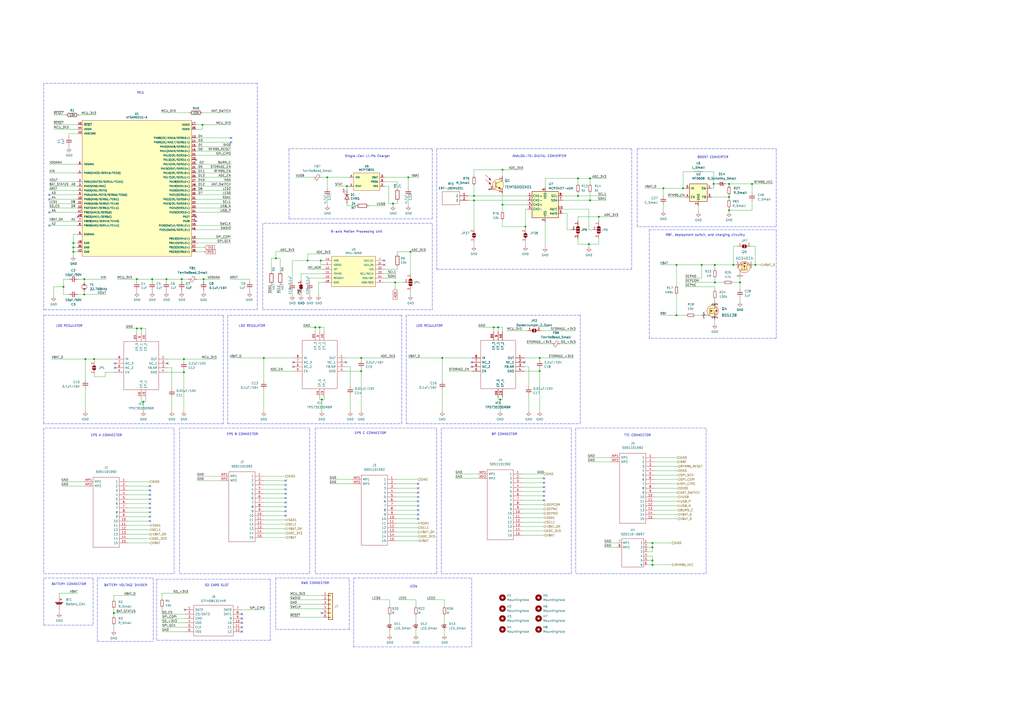
<source format=kicad_sch>
(kicad_sch (version 20211123) (generator eeschema)
  (paper "A2")
  (title_block (title "FZSatellite") (date "2022-10-21") (rev "2") (company "Fiozera - fiozera.com.br") (comment 1 "https://github.com/fiozera/FZsatellite") (comment 2 "Licensed under CERN-OHL-S v2 or later"))
  (lib_symbols
    (symbol "Analog_ADC:MCP3427-xUN"
      (property "Reference" "U" (at -3.81 8.89 0))
      (property "Value" "MCP3427-xUN" (at 2.54 8.89 0))
      (symbol "MCP3427-xUN_1_1"
        (pin input line (at -10.16 5.08 0) (length 2.54) (name "CH1+") (number "1"))
        (pin input line (at 10.16 -2.54 180) (length 2.54) (name "Adr1") (number "10"))
        (pin input line (at -10.16 2.54 0) (length 2.54) (name "CH1-") (number "2"))
        (pin power_in line (at 0 -10.16 90) (length 2.54) (name "VSS") (number "3"))
        (pin input line (at -10.16 0 0) (length 2.54) (name "CH2+") (number "4"))
        (pin input line (at -10.16 -2.54 0) (length 2.54) (name "CH2-") (number "5"))
        (pin power_in line (at 0 10.16 270) (length 2.54) (name "VDD") (number "6"))
        (pin bidirectional line (at 10.16 2.54 180) (length 2.54) (name "SDA") (number "7"))
        (pin input line (at 10.16 5.08 180) (length 2.54) (name "SCL") (number "8"))
        (pin input line (at 10.16 -5.08 180) (length 2.54) (name "Adr0") (number "9"))
      )
    )
    (symbol "Connector_Generic:Conn_01x06" (pin_names (offset 1.016) hide)
      (property "Reference" "J" (at 0 7.62 0))
      (property "Value" "Conn_01x06" (at 0 -10.16 0))
      (symbol "Conn_01x06_1_1"
        (pin passive line (at -5.08 5.08 0) (length 3.81) (name "Pin_1") (number "1"))
        (pin passive line (at -5.08 2.54 0) (length 3.81) (name "Pin_2") (number "2"))
        (pin passive line (at -5.08 0 0) (length 3.81) (name "Pin_3") (number "3"))
        (pin passive line (at -5.08 -2.54 0) (length 3.81) (name "Pin_4") (number "4"))
        (pin passive line (at -5.08 -5.08 0) (length 3.81) (name "Pin_5") (number "5"))
        (pin passive line (at -5.08 -7.62 0) (length 3.81) (name "Pin_6") (number "6"))
      )
    )
    (symbol "Device:Battery_Cell" (pin_numbers hide) (pin_names (offset 0) hide)
      (property "Reference" "BT" (at 2.54 2.54 0))
      (property "Value" "Battery_Cell" (at 2.54 0 0))
      (symbol "Battery_Cell_1_1"
        (pin passive line (at 0 5.08 270) (length 2.54) (name "+") (number "1"))
        (pin passive line (at 0 -2.54 90) (length 2.54) (name "-") (number "2"))
      )
    )
    (symbol "Device:C_Small" (pin_numbers hide) (pin_names (offset 0.254) hide)
      (property "Reference" "C" (at 0.254 1.778 0))
      (property "Value" "C_Small" (at 0.254 -2.032 0))
      (symbol "C_Small_1_1"
        (pin passive line (at 0 2.54 270) (length 2.032) (name "~") (number "1"))
        (pin passive line (at 0 -2.54 90) (length 2.032) (name "~") (number "2"))
      )
    )
    (symbol "Device:Crystal_Small" (pin_numbers hide) (pin_names (offset 1.016) hide)
      (property "Reference" "Y" (at 0 2.54 0))
      (property "Value" "Crystal_Small" (at 0 -2.54 0))
      (symbol "Crystal_Small_1_1"
        (pin passive line (at -2.54 0 0) (length 1.27) (name "1") (number "1"))
        (pin passive line (at 2.54 0 180) (length 1.27) (name "2") (number "2"))
      )
    )
    (symbol "Device:D_Schottky_Small" (pin_numbers hide) (pin_names (offset 0.254) hide)
      (property "Reference" "D" (at -1.27 2.032 0))
      (property "Value" "D_Schottky_Small" (at -7.112 -2.032 0))
      (symbol "D_Schottky_Small_1_1"
        (pin passive line (at -2.54 0 0) (length 1.778) (name "K") (number "1"))
        (pin passive line (at 2.54 0 180) (length 1.778) (name "A") (number "2"))
      )
    )
    (symbol "Device:FerriteBead_Small" (pin_numbers hide) (pin_names (offset 0))
      (property "Reference" "FB" (at 1.905 1.27 0))
      (property "Value" "FerriteBead_Small" (at 1.905 -1.27 0))
      (symbol "FerriteBead_Small_1_1"
        (pin passive line (at 0 2.54 270) (length 1.27) (name "~") (number "1"))
        (pin passive line (at 0 -2.54 90) (length 1.27) (name "~") (number "2"))
      )
    )
    (symbol "Device:LED" (pin_numbers hide) (pin_names (offset 1.016) hide)
      (property "Reference" "D" (at 0 2.54 0))
      (property "Value" "LED" (at 0 -2.54 0))
      (symbol "LED_1_1"
        (pin passive line (at -3.81 0 0) (length 2.54) (name "K") (number "1"))
        (pin passive line (at 3.81 0 180) (length 2.54) (name "A") (number "2"))
      )
    )
    (symbol "Device:LED_Small" (pin_numbers hide) (pin_names (offset 0.254) hide)
      (property "Reference" "D" (at -1.27 3.175 0))
      (property "Value" "LED_Small" (at -4.445 -2.54 0))
      (symbol "LED_Small_1_1"
        (pin passive line (at -2.54 0 0) (length 1.778) (name "K") (number "1"))
        (pin passive line (at 2.54 0 180) (length 1.778) (name "A") (number "2"))
      )
    )
    (symbol "Device:L_Small" (pin_numbers hide) (pin_names (offset 0.254) hide)
      (property "Reference" "L" (at 0.762 1.016 0))
      (property "Value" "L_Small" (at 0.762 -1.016 0))
      (symbol "L_Small_1_1"
        (pin passive line (at 0 2.54 270) (length 0.508) (name "~") (number "1"))
        (pin passive line (at 0 -2.54 90) (length 0.508) (name "~") (number "2"))
      )
    )
    (symbol "Device:R" (pin_numbers hide) (pin_names (offset 0))
      (property "Reference" "R" (at 2.032 0 90))
      (property "Value" "R" (at 0 0 90))
      (symbol "R_1_1"
        (pin passive line (at 0 3.81 270) (length 1.27) (name "~") (number "1"))
        (pin passive line (at 0 -3.81 90) (length 1.27) (name "~") (number "2"))
      )
    )
    (symbol "Device:R_Small" (pin_numbers hide) (pin_names (offset 0.254) hide)
      (property "Reference" "R" (at 0.762 0.508 0))
      (property "Value" "R_Small" (at 0.762 -1.016 0))
      (symbol "R_Small_1_1"
        (pin passive line (at 0 2.54 270) (length 0.762) (name "~") (number "1"))
        (pin passive line (at 0 -2.54 90) (length 0.762) (name "~") (number "2"))
      )
    )
    (symbol "Fiozera:505110-0697"
      (property "Reference" "U" (at 0 0 0))
      (property "Value" "505110-0697" (at 0 -2.54 0))
      (symbol "505110-0697_1_1"
        (pin bidirectional line (at 8.89 -6.35 180) (length 2.54) (name "1") (number "1"))
        (pin bidirectional line (at 8.89 -8.89 180) (length 2.54) (name "2") (number "2"))
        (pin bidirectional line (at 8.89 -11.43 180) (length 2.54) (name "3") (number "3"))
        (pin bidirectional line (at 8.89 -13.97 180) (length 2.54) (name "4") (number "4"))
        (pin bidirectional line (at 8.89 -16.51 180) (length 2.54) (name "5") (number "5"))
        (pin bidirectional line (at 8.89 -19.05 180) (length 2.54) (name "6") (number "6"))
        (pin unspecified line (at -8.89 -6.35 0) (length 2.54) (name "MP1") (number "7"))
        (pin unspecified line (at -8.89 -8.89 0) (length 2.54) (name "MP2") (number "8"))
      )
    )
    (symbol "Jumper:SolderJumper_2_Bridged" (pin_names (offset 0) hide)
      (property "Reference" "JP" (at 0 2.032 0))
      (property "Value" "SolderJumper_2_Bridged" (at 0 -2.54 0))
      (symbol "SolderJumper_2_Bridged_1_1"
        (pin passive line (at -3.81 0 0) (length 2.54) (name "A") (number "1"))
        (pin passive line (at 3.81 0 180) (length 2.54) (name "B") (number "2"))
      )
    )
    (symbol "Jumper:SolderJumper_2_Open" (pin_names (offset 0) hide)
      (property "Reference" "JP" (at 0 2.032 0))
      (property "Value" "SolderJumper_2_Open" (at 0 -2.54 0))
      (symbol "SolderJumper_2_Open_1_1"
        (pin passive line (at -3.81 0 0) (length 2.54) (name "A") (number "1"))
        (pin passive line (at 3.81 0 180) (length 2.54) (name "B") (number "2"))
      )
    )
    (symbol "Jumper:SolderJumper_3_Open" (pin_names (offset 0) hide)
      (property "Reference" "JP" (at -2.54 -2.54 0))
      (property "Value" "SolderJumper_3_Open" (at 0 2.794 0))
      (symbol "SolderJumper_3_Open_1_1"
        (pin passive line (at -5.08 0 0) (length 2.54) (name "A") (number "1"))
        (pin input line (at 0 -3.81 90) (length 2.54) (name "C") (number "2"))
        (pin passive line (at 5.08 0 180) (length 2.54) (name "B") (number "3"))
      )
    )
    (symbol "Mechanical:MountingHole" (pin_names (offset 1.016))
      (property "Reference" "H" (at 0 5.08 0))
      (property "Value" "MountingHole" (at 0 3.175 0))
    )
    (symbol "Regulator_Switching:MT3608"
      (property "Reference" "U" (at -2.54 8.89 0))
      (property "Value" "MT3608" (at -3.81 6.35 0))
      (symbol "MT3608_1_1"
        (pin passive line (at 7.62 2.54 180) (length 2.54) (name "SW") (number "1"))
        (pin power_in line (at 0 -7.62 90) (length 2.54) (name "GND") (number "2"))
        (pin input line (at 7.62 -2.54 180) (length 2.54) (name "FB") (number "3"))
        (pin input line (at -7.62 -2.54 0) (length 2.54) (name "EN") (number "4"))
        (pin power_in line (at -7.62 2.54 0) (length 2.54) (name "IN") (number "5"))
        (pin no_connect line (at 5.08 0 180) (length 2.54) hide (name "NC") (number "6"))
      )
    )
    (symbol "SamacSys_Parts:5051101592" (pin_names (offset 0.762))
      (property "Reference" "J" (at 21.59 7.62 0))
      (property "Value" "5051101592" (at 21.59 5.08 0))
      (symbol "5051101592_0_0"
        (pin passive line (at 25.4 0 180) (length 5.08) (name "1") (number "1"))
        (pin passive line (at 25.4 -22.86 180) (length 5.08) (name "10") (number "10"))
        (pin passive line (at 25.4 -25.4 180) (length 5.08) (name "11") (number "11"))
        (pin passive line (at 25.4 -27.94 180) (length 5.08) (name "12") (number "12"))
        (pin passive line (at 25.4 -30.48 180) (length 5.08) (name "13") (number "13"))
        (pin passive line (at 25.4 -33.02 180) (length 5.08) (name "14") (number "14"))
        (pin passive line (at 25.4 -35.56 180) (length 5.08) (name "15") (number "15"))
        (pin passive line (at 25.4 -2.54 180) (length 5.08) (name "2") (number "2"))
        (pin passive line (at 25.4 -5.08 180) (length 5.08) (name "3") (number "3"))
        (pin passive line (at 25.4 -7.62 180) (length 5.08) (name "4") (number "4"))
        (pin passive line (at 25.4 -10.16 180) (length 5.08) (name "5") (number "5"))
        (pin passive line (at 25.4 -12.7 180) (length 5.08) (name "6") (number "6"))
        (pin passive line (at 25.4 -15.24 180) (length 5.08) (name "7") (number "7"))
        (pin passive line (at 25.4 -17.78 180) (length 5.08) (name "8") (number "8"))
        (pin passive line (at 25.4 -20.32 180) (length 5.08) (name "9") (number "9"))
        (pin passive line (at 0 0 0) (length 5.08) (name "MP1") (number "MP1"))
        (pin passive line (at 0 -2.54 0) (length 5.08) (name "MP2") (number "MP2"))
      )
    )
    (symbol "SamacSys_Parts:ERT-J0EM103J" (pin_names (offset 0.762))
      (property "Reference" "RT" (at 16.51 7.62 0))
      (property "Value" "ERT-J0EM103J" (at 16.51 5.08 0))
      (symbol "ERT-J0EM103J_0_0"
        (pin passive line (at 0 0 0) (length 5.08) (name "1") (number "1"))
        (pin passive line (at 0 -2.54 0) (length 5.08) (name "2") (number "2"))
      )
    )
    (symbol "SamacSys_Parts:GTFH08131YHR" (pin_names (offset 0.762))
      (property "Reference" "J" (at 29.21 7.62 0))
      (property "Value" "GTFH08131YHR" (at 29.21 5.08 0))
      (symbol "GTFH08131YHR_0_0"
        (pin passive line (at 0 0 0) (length 5.08) (name "DAT2") (number "1"))
        (pin passive line (at 33.02 -7.62 180) (length 5.08) (name "10") (number "10"))
        (pin passive line (at 33.02 -10.16 180) (length 5.08) (name "11") (number "11"))
        (pin passive line (at 33.02 -12.7 180) (length 5.08) (name "12") (number "12"))
        (pin passive line (at 0 -2.54 0) (length 5.08) (name "CD/DAT3") (number "2"))
        (pin passive line (at 0 -5.08 0) (length 5.08) (name "CMD") (number "3"))
        (pin passive line (at 0 -7.62 0) (length 5.08) (name "VDD") (number "4"))
        (pin passive line (at 0 -10.16 0) (length 5.08) (name "CLK") (number "5"))
        (pin passive line (at 0 -12.7 0) (length 5.08) (name "VSS") (number "6"))
        (pin passive line (at 33.02 0 180) (length 5.08) (name "DAT0") (number "7"))
        (pin passive line (at 33.02 -2.54 180) (length 5.08) (name "DAT1") (number "8"))
        (pin passive line (at 33.02 -5.08 180) (length 5.08) (name "9") (number "9"))
      )
    )
    (symbol "SamacSys_Parts:TPS73533DRBR" (pin_names (offset 0.762))
      (property "Reference" "IC" (at 26.67 15.24 0))
      (property "Value" "TPS73533DRBR" (at 26.67 12.7 0))
      (symbol "TPS73533DRBR_0_0"
        (pin passive line (at 0 0 0) (length 5.08) (name "OUT") (number "1"))
        (pin passive line (at 0 -2.54 0) (length 5.08) (name "NC_1") (number "2"))
        (pin passive line (at 0 -5.08 0) (length 5.08) (name "FB,NR") (number "3"))
        (pin passive line (at 0 -7.62 0) (length 5.08) (name "GND") (number "4"))
        (pin passive line (at 30.48 -7.62 180) (length 5.08) (name "EN") (number "5"))
        (pin passive line (at 30.48 -5.08 180) (length 5.08) (name "NC_2") (number "6"))
        (pin passive line (at 30.48 -2.54 180) (length 5.08) (name "NC_3") (number "7"))
        (pin passive line (at 30.48 0 180) (length 5.08) (name "IN") (number "8"))
        (pin passive line (at 15.24 15.24 270) (length 5.08) (name "EP_1") (number "9"))
        (pin passive line (at 12.7 15.24 270) (length 5.08) (name "EP_2") (number "A9"))
        (pin passive line (at 17.78 15.24 270) (length 5.08) (name "EP_3") (number "B9"))
        (pin passive line (at 12.7 -22.86 90) (length 5.08) (name "EP_4") (number "C9"))
        (pin passive line (at 15.24 -22.86 90) (length 5.08) (name "EP_5") (number "D9"))
      )
    )
    (symbol "SparkFun-IC-Power:MCP73831" (pin_names (offset 1.016))
      (property "Reference" "U" (at -7.62 6.35 0))
      (property "Value" "MCP73831" (at -7.62 -7.62 0))
      (property "Field4" "IC-09995" (at 0 8.89 0))
      (symbol "MCP73831_1_1"
        (pin output line (at -10.16 -2.54 0) (length 2.54) (name "STAT") (number "1"))
        (pin power_in line (at 10.16 -2.54 180) (length 2.54) (name "VSS") (number "2"))
        (pin power_in line (at 10.16 2.54 180) (length 2.54) (name "VBAT") (number "3"))
        (pin power_in line (at -10.16 2.54 0) (length 2.54) (name "VIN") (number "4"))
        (pin input line (at 10.16 0 180) (length 2.54) (name "PROG") (number "5"))
      )
    )
    (symbol "SparkFun-Sensors:MPU-9250" (pin_names (offset 1.016))
      (property "Reference" "U" (at -12.7 11.43 0))
      (property "Value" "MPU-9250" (at -12.7 -10.16 0))
      (property "Field4" "IC-13192" (at 0 15.24 0))
      (symbol "MPU-9250_1_1"
        (pin bidirectional line (at -17.78 5.08 0) (length 5.08) (name "VDDIO") (number "1"))
        (pin bidirectional line (at -17.78 -2.54 0) (length 5.08) (name "REGOUT") (number "10"))
        (pin bidirectional line (at -17.78 0 0) (length 5.08) (name "FSYNC") (number "11"))
        (pin bidirectional line (at -17.78 2.54 0) (length 5.08) (name "INT") (number "12"))
        (pin bidirectional line (at -17.78 7.62 0) (length 5.08) (name "VDD") (number "13"))
        (pin bidirectional line (at -17.78 -5.08 0) (length 5.08) (name "GND") (number "18"))
        (pin bidirectional line (at -17.78 -5.08 0) (length 5.08) hide (name "GND") (number "20"))
        (pin bidirectional line (at 17.78 5.08 180) (length 5.08) (name "AUX_DA") (number "21"))
        (pin bidirectional line (at 17.78 2.54 180) (length 5.08) (name "~CS") (number "22"))
        (pin bidirectional line (at 17.78 0 180) (length 5.08) (name "SCL/SCLK") (number "23"))
        (pin bidirectional line (at 17.78 -2.54 180) (length 5.08) (name "SDA/SDI") (number "24"))
        (pin bidirectional line (at 17.78 7.62 180) (length 5.08) (name "AUX_CL") (number "7"))
        (pin bidirectional line (at -17.78 5.08 0) (length 5.08) hide (name "VDDIO") (number "8"))
        (pin bidirectional line (at 17.78 -5.08 180) (length 5.08) (name "AD0/SDO") (number "9"))
      )
    )
    (symbol "dk_Optical-Sensors-Phototransistors:TEMT6000X01" (pin_names (offset 0) hide)
      (property "Reference" "Q" (at -1.27 5.08 0))
      (property "Value" "TEMT6000X01" (at 6.35 0 90))
      (symbol "TEMT6000X01_1_1"
        (pin passive line (at 2.54 5.08 270) (length 2.54) (name "C") (number "1"))
        (pin passive line (at 2.54 -5.08 90) (length 2.54) (name "E") (number "2"))
        (pin no_connect line (at -5.08 -2.54 0) (length 2.54) (name "NC") (number "3"))
      )
    )
    (symbol "dk_Transistors-FETs-MOSFETs-Single:AO3401A" (pin_names (offset 0))
      (property "Reference" "Q" (at -2.6924 3.6322 0))
      (property "Value" "AO3401A" (at 3.4544 0 90))
      (symbol "AO3401A_1_1"
        (pin bidirectional line (at -7.62 -2.54 0) (length 2.54) (name "G") (number "1"))
        (pin bidirectional line (at 0 -5.08 90) (length 2.54) (name "S") (number "2"))
        (pin bidirectional line (at 0 5.08 270) (length 2.54) (name "D") (number "3"))
      )
    )
    (symbol "dk_Transistors-FETs-MOSFETs-Single:BSS138" (pin_names (offset 0))
      (property "Reference" "Q" (at -2.6924 3.6322 0))
      (property "Value" "BSS138" (at 3.4544 0 90))
      (symbol "BSS138_1_1"
        (pin bidirectional line (at -7.62 -2.54 0) (length 2.54) (name "G") (number "1"))
        (pin bidirectional line (at 0 -5.08 90) (length 2.54) (name "S") (number "2"))
        (pin bidirectional line (at 0 5.08 270) (length 2.54) (name "D") (number "3"))
      )
    )
    (symbol "pcb-rescue:ATSAMD21G-A-SparkFun-IC-Microcontroller" (pin_names (offset 1.016))
      (property "Reference" "U" (at -31.75 40.64 0))
      (property "Value" "ATSAMD21G-A-SparkFun-IC-Microcontroller" (at -31.75 -41.91 0))
      (property "Campo4" "IC-13064" (at 0 43.18 0))
      (symbol "ATSAMD21G-A-SparkFun-IC-Microcontroller_1_1"
        (pin bidirectional line (at -34.29 8.89 0) (length 2.54) (name "PA00(XIN32/SER1:0/TC2:0)") (number "1"))
        (pin bidirectional line (at -34.29 -6.35 0) (length 2.54) (name "PA05(AIN5/SER0:1/TC0:1)") (number "10"))
        (pin bidirectional line (at -34.29 -8.89 0) (length 2.54) (name "PA06(AIN6/SER0:2/TC1:0)") (number "11"))
        (pin bidirectional line (at -34.29 -11.43 0) (length 2.54) (name "PA07(AIN7/SER0:3/TC1:1)") (number "12"))
        (pin bidirectional line (at 34.29 29.21 180) (length 2.54) (name "PA08(I2C/AIN16/SER0:0+)") (number "13"))
        (pin bidirectional line (at 34.29 26.67 180) (length 2.54) (name "PA09(I2C/AIN17/SER0:1+)") (number "14"))
        (pin bidirectional line (at 34.29 24.13 180) (length 2.54) (name "PA10(AIN18/SER0:2+)") (number "15"))
        (pin bidirectional line (at 34.29 21.59 180) (length 2.54) (name "PA11(AIN19/SER0:3+)") (number "16"))
        (pin bidirectional line (at 34.29 36.83 180) (length 2.54) (name "VDDIO") (number "17"))
        (pin bidirectional line (at -34.29 -31.75 0) (length 2.54) (name "GND") (number "18"))
        (pin bidirectional line (at 34.29 -29.21 180) (length 2.54) (name "PB10(SER4:2+)") (number "19"))
        (pin bidirectional line (at -34.29 3.81 0) (length 2.54) (name "PA01(XOUT32/SER1:1/TC2:1)") (number "2"))
        (pin bidirectional line (at 34.29 -31.75 180) (length 2.54) (name "PB11(SER4:3+)") (number "20"))
        (pin bidirectional line (at 34.29 19.05 180) (length 2.54) (name "PA12(I2C/SER2:0+)") (number "21"))
        (pin bidirectional line (at 34.29 16.51 180) (length 2.54) (name "PA13(I2C/SER2:1+)") (number "22"))
        (pin bidirectional line (at 34.29 13.97 180) (length 2.54) (name "PA14(XIN/SER2:2+)") (number "23"))
        (pin bidirectional line (at 34.29 11.43 180) (length 2.54) (name "PA15(XOUT/SER2:3+)") (number "24"))
        (pin bidirectional line (at 34.29 8.89 180) (length 2.54) (name "PA16(I2C/SER1:0+)") (number "25"))
        (pin bidirectional line (at 34.29 6.35 180) (length 2.54) (name "PA17(I2C/SER1:1+)") (number "26"))
        (pin bidirectional line (at 34.29 3.81 180) (length 2.54) (name "PA18(SER1:2+)") (number "27"))
        (pin bidirectional line (at 34.29 1.27 180) (length 2.54) (name "PA19(SER1:3+)") (number "28"))
        (pin bidirectional line (at 34.29 -1.27 180) (length 2.54) (name "PA20(SER5:2+)") (number "29"))
        (pin bidirectional line (at -34.29 1.27 0) (length 2.54) (name "PA02(AIN0/DAC)") (number "3"))
        (pin bidirectional line (at 34.29 -3.81 180) (length 2.54) (name "PA21(SER5:3+)") (number "30"))
        (pin bidirectional line (at 34.29 -6.35 180) (length 2.54) (name "PA22(I2C/SER3:0+)") (number "31"))
        (pin bidirectional line (at 34.29 -8.89 180) (length 2.54) (name "PA23(I2C/SER3:0+)") (number "32"))
        (pin bidirectional line (at 34.29 -11.43 180) (length 2.54) (name "PA24(SER3:2+)") (number "33"))
        (pin bidirectional line (at 34.29 -13.97 180) (length 2.54) (name "PA25(SER3:3+)") (number "34"))
        (pin bidirectional line (at -34.29 -34.29 0) (length 2.54) (name "GND") (number "35"))
        (pin bidirectional line (at 34.29 34.29 180) (length 2.54) (name "VDDIO") (number "36"))
        (pin bidirectional line (at 34.29 -34.29 180) (length 2.54) (name "PB22(SER5:2+)") (number "37"))
        (pin bidirectional line (at 34.29 -36.83 180) (length 2.54) (name "PB23(SER5:3+)") (number "38"))
        (pin bidirectional line (at 34.29 -16.51 180) (length 2.54) (name "PA27") (number "39"))
        (pin bidirectional line (at -34.29 -1.27 0) (length 2.54) (name "PA03(AIN1/REFA)") (number "4"))
        (pin bidirectional line (at -34.29 36.83 0) (length 2.54) (name "~{RESET}") (number "40"))
        (pin bidirectional line (at 34.29 -19.05 180) (length 2.54) (name "PA28") (number "41"))
        (pin bidirectional line (at -34.29 -36.83 0) (length 2.54) (name "GND") (number "42"))
        (pin bidirectional line (at -34.29 31.75 0) (length 2.54) (name "VDDCORE") (number "43"))
        (pin bidirectional line (at -34.29 34.29 0) (length 2.54) (name "VDDIN") (number "44"))
        (pin bidirectional line (at 34.29 -21.59 180) (length 2.54) (name "PA30(SWCLK/SER1:2+)") (number "45"))
        (pin bidirectional line (at 34.29 -24.13 180) (length 2.54) (name "PA31(SWDIO/SER1:3+)") (number "46"))
        (pin bidirectional line (at -34.29 -13.97 0) (length 2.54) (name "PB02(AIN10/SER5:0)") (number "47"))
        (pin bidirectional line (at -34.29 -16.51 0) (length 2.54) (name "PB03(AIN11/SER5:1)") (number "48"))
        (pin bidirectional line (at -34.29 -26.67 0) (length 2.54) (name "GNDANA") (number "5"))
        (pin bidirectional line (at -34.29 13.97 0) (length 2.54) (name "VDDANA") (number "6"))
        (pin bidirectional line (at -34.29 -19.05 0) (length 2.54) (name "PB08(AIN2/SER4:0/TC4:0)") (number "7"))
        (pin bidirectional line (at -34.29 -21.59 0) (length 2.54) (name "PB09(AIN3/SER4:1/TC4:1)") (number "8"))
        (pin bidirectional line (at -34.29 -3.81 0) (length 2.54) (name "PA04(AIN4/REFB/SER0:0/TC0:0)") (number "9"))
      )
    )
    (symbol "power:GND" (power) (pin_names (offset 0))
      (property "Value" "GND" (at 0 -3.81 0))
      (symbol "GND_1_1"
        (pin power_in line (at 0 0 270) (length 0) hide (name "GND") (number "1"))
      )
    )
  )
  (junction (at 286.385 189.865) (diameter 0.9144))
  (junction (at 378.46 327.66))
  (junction (at 42.545 140.97))
  (junction (at 438.15 153.67))
  (junction (at 96.52 161.925))
  (junction (at 392.43 182.88))
  (junction (at 414.02 106.68))
  (junction (at 335.28 113.665))
  (junction (at 79.375 190.5) (diameter 0.9144))
  (junction (at 42.545 143.51))
  (junction (at 274.955 116.205))
  (junction (at 182.88 189.865) (diameter 0.9144))
  (junction (at 185.42 189.865) (diameter 0.9144))
  (junction (at 227.965 118.11) (diameter 0.9144))
  (junction (at 178.435 151.13) (diameter 0.9144))
  (junction (at 313.055 207.645) (diameter 0.9144))
  (junction (at 238.125 146.05))
  (junction (at 378.46 325.12))
  (junction (at 36.83 166.37) (diameter 0.9144))
  (junction (at 378.46 317.5))
  (junction (at 106.68 208.28) (diameter 0.9144))
  (junction (at 422.91 121.92))
  (junction (at 209.55 207.645) (diameter 0.9144))
  (junction (at 160.02 149.86))
  (junction (at 229.235 163.83) (diameter 0.9144))
  (junction (at 118.11 161.925))
  (junction (at 105.41 161.925))
  (junction (at 83.185 233.045) (diameter 0.9144))
  (junction (at 422.91 114.3))
  (junction (at 256.54 207.645) (diameter 0.9144))
  (junction (at 384.81 109.22))
  (junction (at 186.055 151.13) (diameter 0.9144))
  (junction (at 378.46 314.96))
  (junction (at 425.45 153.67))
  (junction (at 48.895 170.815) (diameter 0.9144))
  (junction (at 304.8 131.445))
  (junction (at 396.24 109.22))
  (junction (at 414.655 163.83))
  (junction (at 291.465 118.745))
  (junction (at 81.915 190.5) (diameter 0.9144))
  (junction (at 236.855 102.87) (diameter 0.9144))
  (junction (at 288.925 189.865) (diameter 0.9144))
  (junction (at 106.68 215.9) (diameter 0.9144))
  (junction (at 313.055 215.265) (diameter 0.9144))
  (junction (at 342.265 103.505))
  (junction (at 201.295 107.95) (diameter 0.9144))
  (junction (at 407.035 153.67))
  (junction (at 66.04 355.6))
  (junction (at 290.195 231.775) (diameter 0.9144))
  (junction (at 49.53 208.28) (diameter 0.9144))
  (junction (at 392.43 153.67))
  (junction (at 436.245 106.68))
  (junction (at 186.69 231.775) (diameter 0.9144))
  (junction (at 48.895 161.925) (diameter 0.9144))
  (junction (at 342.265 116.205))
  (junction (at 189.865 102.87) (diameter 0.9144))
  (junction (at 274.955 113.665))
  (junction (at 209.55 215.265) (diameter 0.9144))
  (junction (at 153.035 207.645) (diameter 0.9144))
  (junction (at 341.63 141.605))
  (junction (at 347.345 125.73))
  (junction (at 422.91 106.68))
  (junction (at 79.375 161.925))
  (junction (at 291.465 98.425))
  (junction (at 54.61 208.28))
  (junction (at 42.545 146.05))
  (junction (at 414.655 153.67))
  (junction (at 335.28 103.505))
  (junction (at 429.26 163.83))
  (junction (at 88.265 161.925))
  (junction (at 117.475 72.39))
  (no_connect (at 242.57 288.29))
  (no_connect (at 242.57 280.67))
  (no_connect (at 165.735 291.465))
  (no_connect (at 66.675 213.36))
  (no_connect (at 222.885 153.67))
  (no_connect (at 315.595 287.655))
  (no_connect (at 186.69 355.6))
  (no_connect (at 242.57 298.45))
  (no_connect (at 86.995 284.48))
  (no_connect (at 86.995 292.1))
  (no_connect (at 140.335 358.775))
  (no_connect (at 165.735 288.925))
  (no_connect (at 304.165 210.185))
  (no_connect (at 242.57 300.99))
  (no_connect (at 242.57 293.37))
  (no_connect (at 165.735 294.005))
  (no_connect (at 165.735 286.385))
  (no_connect (at 86.995 299.72))
  (no_connect (at 86.995 287.02))
  (no_connect (at 273.685 210.185))
  (no_connect (at 113.665 128.27))
  (no_connect (at 315.595 285.115))
  (no_connect (at 140.335 366.395))
  (no_connect (at 45.085 125.73))
  (no_connect (at 200.66 210.185))
  (no_connect (at 28.575 130.81))
  (no_connect (at 28.575 113.03))
  (no_connect (at 28.575 115.57))
  (no_connect (at 28.575 123.19))
  (no_connect (at 133.985 80.01))
  (no_connect (at 133.985 82.55))
  (no_connect (at 140.335 361.315))
  (no_connect (at 165.735 278.765))
  (no_connect (at 273.685 212.725))
  (no_connect (at 86.995 297.18))
  (no_connect (at 86.995 294.64))
  (no_connect (at 242.57 295.91))
  (no_connect (at 86.995 302.26))
  (no_connect (at 165.735 296.545))
  (no_connect (at 66.675 210.82))
  (no_connect (at 315.595 282.575))
  (no_connect (at 165.735 281.305))
  (no_connect (at 165.735 283.845))
  (no_connect (at 222.885 151.13))
  (no_connect (at 86.995 281.94))
  (no_connect (at 242.57 290.83))
  (no_connect (at 165.735 299.085))
  (no_connect (at 242.57 283.21))
  (no_connect (at 315.595 290.195))
  (no_connect (at 86.995 289.56))
  (no_connect (at 97.155 210.82))
  (no_connect (at 242.57 285.75))
  (no_connect (at 170.18 210.185))
  (no_connect (at 170.18 212.725))
  (no_connect (at 315.595 280.035))
  (no_connect (at 107.315 353.695))
  (no_connect (at 113.665 125.73))
  (no_connect (at 315.595 277.495))
  (no_connect (at 140.335 356.235))
  (no_connect (at 140.335 363.855))
  (no_connect (at 113.665 92.71))
  (wire (pts (xy 79.375 161.925) (xy 79.375 163.195)))
  (wire (pts (xy 185.42 231.775) (xy 185.42 230.505)))
  (wire (pts (xy 153.035 309.245) (xy 165.735 309.245)))
  (wire (pts (xy 187.96 189.865) (xy 185.42 189.865)))
  (wire (pts (xy 241.3 351.79) (xy 241.3 347.98)))
  (wire (pts (xy 313.055 213.995) (xy 313.055 215.265)))
  (wire (pts (xy 230.505 146.05) (xy 238.125 146.05)))
  (wire (pts (xy 326.39 116.205) (xy 342.265 116.205)))
  (wire (pts (xy 414.655 166.37) (xy 414.655 168.275)))
  (wire (pts (xy 106.68 238.76) (xy 106.68 215.9)))
  (wire (pts (xy 45.085 107.95) (xy 28.575 107.95)))
  (wire (pts (xy 342.265 111.76) (xy 342.265 116.205)))
  (wire (pts (xy 88.265 161.925) (xy 88.265 163.195)))
  (wire (pts (xy 202.565 107.95) (xy 201.295 107.95)))
  (wire (pts (xy 341.63 141.605) (xy 341.63 143.51)))
  (wire (pts (xy 341.63 141.605) (xy 347.345 141.605)))
  (wire (pts (xy 162.56 170.18) (xy 162.56 165.1)))
  (wire (pts (xy 342.265 103.505) (xy 351.79 103.505)))
  (wire (pts (xy 74.295 281.94) (xy 86.995 281.94)))
  (wire (pts (xy 49.53 208.28) (xy 29.845 208.28)))
  (wire (pts (xy 187.325 153.67) (xy 186.055 153.67)))
  (polyline (pts (xy 334.01 248.285) (xy 334.01 332.74)))
  (polyline (pts (xy 149.225 179.705) (xy 149.225 48.26)))
  (wire (pts (xy 45.085 170.815) (xy 48.895 170.815)))
  (polyline (pts (xy 250.825 127) (xy 250.825 86.36)))
  (polyline (pts (xy 250.825 179.705) (xy 250.825 129.54)))
  (wire (pts (xy 36.83 170.815) (xy 40.005 170.815)))
  (polyline (pts (xy 25.4 248.285) (xy 25.4 332.74)))
  (polyline (pts (xy 255.905 248.285) (xy 255.905 332.74)))
  (wire (pts (xy 83.185 233.045) (xy 83.185 238.76)))
  (wire (pts (xy 291.465 127.635) (xy 291.465 131.445)))
  (polyline (pts (xy 235.585 182.88) (xy 235.585 245.745)))
  (wire (pts (xy 66.675 208.28) (xy 54.61 208.28)))
  (wire (pts (xy 84.455 193.04) (xy 84.455 190.5)))
  (wire (pts (xy 422.91 106.68) (xy 422.91 107.95)))
  (wire (pts (xy 182.88 189.865) (xy 175.895 189.865)))
  (wire (pts (xy 81.915 190.5) (xy 79.375 190.5)))
  (wire (pts (xy 189.865 102.87) (xy 202.565 102.87)))
  (wire (pts (xy 133.985 85.09) (xy 113.665 85.09)))
  (wire (pts (xy 133.985 102.87) (xy 113.665 102.87)))
  (wire (pts (xy 74.295 292.1) (xy 86.995 292.1)))
  (wire (pts (xy 241.3 356.87) (xy 241.3 360.68)))
  (wire (pts (xy 113.665 100.33) (xy 133.985 100.33)))
  (wire (pts (xy 79.375 161.925) (xy 88.265 161.925)))
  (wire (pts (xy 229.235 163.83) (xy 234.315 163.83)))
  (wire (pts (xy 153.035 311.785) (xy 165.735 311.785)))
  (wire (pts (xy 335.28 138.43) (xy 335.28 141.605)))
  (wire (pts (xy 42.545 140.97) (xy 42.545 143.51)))
  (wire (pts (xy 291.465 98.425) (xy 291.465 102.235)))
  (wire (pts (xy 81.915 233.045) (xy 83.185 233.045)))
  (polyline (pts (xy 202.565 335.28) (xy 160.02 335.28)))
  (wire (pts (xy 304.165 215.265) (xy 313.055 215.265)))
  (wire (pts (xy 209.55 207.645) (xy 209.55 208.915)))
  (wire (pts (xy 229.87 288.29) (xy 242.57 288.29)))
  (wire (pts (xy 313.055 215.265) (xy 313.055 238.76)))
  (polyline (pts (xy 409.575 248.285) (xy 334.01 248.285)))
  (wire (pts (xy 229.87 280.67) (xy 242.57 280.67)))
  (wire (pts (xy 238.125 146.05) (xy 247.015 146.05)))
  (polyline (pts (xy 25.4 335.28) (xy 53.975 335.28)))
  (polyline (pts (xy 25.4 48.26) (xy 25.4 179.705)))
  (polyline (pts (xy 152.4 179.705) (xy 250.825 179.705)))
  (wire (pts (xy 414.02 109.22) (xy 414.02 106.68)))
  (wire (pts (xy 74.295 297.18) (xy 86.995 297.18)))
  (wire (pts (xy 35.56 281.94) (xy 48.895 281.94)))
  (wire (pts (xy 106.68 208.28) (xy 106.68 209.55)))
  (wire (pts (xy 291.465 118.745) (xy 291.465 122.555)))
  (wire (pts (xy 153.035 276.225) (xy 165.735 276.225)))
  (wire (pts (xy 162.56 149.86) (xy 162.56 157.48)))
  (wire (pts (xy 38.1 66.675) (xy 31.115 66.675)))
  (wire (pts (xy 226.06 351.79) (xy 226.06 347.98)))
  (wire (pts (xy 206.375 119.38) (xy 201.295 119.38)))
  (wire (pts (xy 412.75 109.22) (xy 414.02 109.22)))
  (wire (pts (xy 407.035 153.67) (xy 414.655 153.67)))
  (wire (pts (xy 229.87 311.15) (xy 242.57 311.15)))
  (wire (pts (xy 236.855 109.22) (xy 236.855 102.87)))
  (wire (pts (xy 379.73 278.13) (xy 393.065 278.13)))
  (polyline (pts (xy 205.105 375.285) (xy 273.685 375.285)))
  (wire (pts (xy 84.455 233.045) (xy 84.455 231.14)))
  (wire (pts (xy 67.945 161.925) (xy 79.375 161.925)))
  (wire (pts (xy 257.81 351.79) (xy 257.81 347.98)))
  (wire (pts (xy 113.665 95.25) (xy 133.985 95.25)))
  (wire (pts (xy 402.59 99.695) (xy 396.24 99.695)))
  (wire (pts (xy 45.085 146.05) (xy 42.545 146.05)))
  (wire (pts (xy 230.505 156.21) (xy 230.505 154.94)))
  (wire (pts (xy 54.61 218.44) (xy 54.61 217.17)))
  (wire (pts (xy 40.005 79.375) (xy 40.005 77.47)))
  (wire (pts (xy 229.87 303.53) (xy 242.57 303.53)))
  (wire (pts (xy 436.245 106.68) (xy 422.91 106.68)))
  (wire (pts (xy 429.26 163.83) (xy 424.815 163.83)))
  (wire (pts (xy 392.43 170.815) (xy 392.43 182.88)))
  (wire (pts (xy 335.28 128.27) (xy 335.28 125.73)))
  (wire (pts (xy 335.28 103.505) (xy 342.265 103.505)))
  (wire (pts (xy 305.435 199.39) (xy 320.04 199.39)))
  (wire (pts (xy 226.06 365.76) (xy 226.06 368.3)))
  (wire (pts (xy 174.625 171.45) (xy 174.625 170.18)))
  (wire (pts (xy 332.74 207.645) (xy 313.055 207.645)))
  (wire (pts (xy 187.325 161.29) (xy 179.705 161.29)))
  (wire (pts (xy 229.87 298.45) (xy 242.57 298.45)))
  (wire (pts (xy 414.655 153.67) (xy 414.655 156.21)))
  (wire (pts (xy 335.28 113.665) (xy 351.79 113.665)))
  (wire (pts (xy 153.035 299.085) (xy 165.735 299.085)))
  (wire (pts (xy 157.48 157.48) (xy 157.48 149.86)))
  (wire (pts (xy 230.505 105.41) (xy 230.505 109.22)))
  (polyline (pts (xy 253.365 86.36) (xy 253.365 156.21)))
  (polyline (pts (xy 104.14 248.285) (xy 104.14 332.74)))
  (polyline (pts (xy 160.02 365.125) (xy 202.565 365.125)))
  (wire (pts (xy 392.43 182.88) (xy 398.145 182.88)))
  (polyline (pts (xy 253.365 156.21) (xy 366.395 156.21)))
  (polyline (pts (xy 25.4 362.585) (xy 25.4 335.28)))
  (polyline (pts (xy 369.57 86.36) (xy 450.215 86.36)))
  (wire (pts (xy 302.895 274.955) (xy 315.595 274.955)))
  (wire (pts (xy 191.135 278.13) (xy 204.47 278.13)))
  (wire (pts (xy 384.81 113.665) (xy 384.81 109.22)))
  (wire (pts (xy 203.2 224.155) (xy 203.2 212.725)))
  (wire (pts (xy 341.63 133.35) (xy 343.535 133.35)))
  (polyline (pts (xy 202.565 365.125) (xy 202.565 335.28)))
  (wire (pts (xy 74.295 287.02) (xy 86.995 287.02)))
  (wire (pts (xy 291.465 189.865) (xy 288.925 189.865)))
  (wire (pts (xy 153.035 288.925) (xy 165.735 288.925)))
  (wire (pts (xy 153.67 353.695) (xy 140.335 353.695)))
  (wire (pts (xy 241.3 365.76) (xy 241.3 368.3)))
  (wire (pts (xy 125.73 208.28) (xy 106.68 208.28)))
  (wire (pts (xy 113.665 120.65) (xy 133.985 120.65)))
  (wire (pts (xy 113.665 82.55) (xy 133.985 82.55)))
  (wire (pts (xy 227.965 118.11) (xy 230.505 118.11)))
  (wire (pts (xy 191.135 280.67) (xy 204.47 280.67)))
  (polyline (pts (xy 129.54 182.88) (xy 129.54 245.745)))
  (wire (pts (xy 429.26 172.72) (xy 429.26 175.26)))
  (wire (pts (xy 306.07 121.285) (xy 304.8 121.285)))
  (wire (pts (xy 45.085 120.65) (xy 28.575 120.65)))
  (wire (pts (xy 230.505 147.32) (xy 230.505 146.05)))
  (wire (pts (xy 379.73 267.97) (xy 393.065 267.97)))
  (wire (pts (xy 203.2 229.235) (xy 203.2 238.76)))
  (wire (pts (xy 375.92 314.96) (xy 378.46 314.96)))
  (wire (pts (xy 28.575 123.19) (xy 45.085 123.19)))
  (wire (pts (xy 201.295 119.38) (xy 201.295 118.11)))
  (wire (pts (xy 169.545 163.83) (xy 169.545 151.13)))
  (wire (pts (xy 229.87 285.75) (xy 242.57 285.75)))
  (wire (pts (xy 306.705 224.155) (xy 306.705 212.725)))
  (wire (pts (xy 48.895 170.815) (xy 48.895 168.91)))
  (polyline (pts (xy 450.215 133.35) (xy 450.215 196.215)))
  (wire (pts (xy 397.51 163.83) (xy 414.655 163.83)))
  (wire (pts (xy 187.96 231.775) (xy 187.96 230.505)))
  (wire (pts (xy 229.87 295.91) (xy 242.57 295.91)))
  (polyline (pts (xy 369.57 131.445) (xy 369.57 86.36)))
  (wire (pts (xy 291.465 98.425) (xy 303.53 98.425)))
  (wire (pts (xy 325.12 199.39) (xy 334.01 199.39)))
  (polyline (pts (xy 90.805 335.915) (xy 156.845 335.915)) (stroke (width 0) (type dash)))
  (wire (pts (xy 169.545 151.13) (xy 178.435 151.13)))
  (wire (pts (xy 74.295 302.26) (xy 86.995 302.26)))
  (wire (pts (xy 256.54 207.645) (xy 256.54 220.98)))
  (wire (pts (xy 114.3 278.765) (xy 127.635 278.765)))
  (polyline (pts (xy 366.395 86.36) (xy 253.365 86.36)))
  (wire (pts (xy 153.035 291.465) (xy 165.735 291.465)))
  (wire (pts (xy 378.46 325.12) (xy 378.46 322.58)))
  (wire (pts (xy 160.02 149.86) (xy 162.56 149.86)))
  (wire (pts (xy 48.895 170.815) (xy 61.595 170.815)))
  (wire (pts (xy 302.895 297.815) (xy 315.595 297.815)))
  (wire (pts (xy 429.26 161.29) (xy 429.26 163.83)))
  (wire (pts (xy 36.83 166.37) (xy 36.83 170.815)))
  (wire (pts (xy 113.665 72.39) (xy 117.475 72.39)))
  (wire (pts (xy 213.995 119.38) (xy 223.52 119.38)))
  (wire (pts (xy 74.295 279.4) (xy 86.995 279.4)))
  (wire (pts (xy 106.68 214.63) (xy 106.68 215.9)))
  (polyline (pts (xy 450.215 86.36) (xy 450.215 131.445)))
  (polyline (pts (xy 156.845 371.475) (xy 90.805 371.475)) (stroke (width 0) (type dash)))
  (wire (pts (xy 438.15 142.875) (xy 438.15 153.67)))
  (wire (pts (xy 302.895 302.895) (xy 315.595 302.895)))
  (wire (pts (xy 113.665 146.05) (xy 118.745 146.05)))
  (polyline (pts (xy 90.805 371.475) (xy 90.805 335.915)) (stroke (width 0) (type dash)))
  (wire (pts (xy 168.275 347.98) (xy 186.69 347.98)))
  (wire (pts (xy 302.895 292.735) (xy 315.595 292.735)))
  (wire (pts (xy 256.54 226.06) (xy 256.54 238.76)))
  (wire (pts (xy 302.895 280.035) (xy 315.595 280.035)))
  (wire (pts (xy 274.955 98.425) (xy 291.465 98.425)))
  (wire (pts (xy 302.895 290.195) (xy 315.595 290.195)))
  (wire (pts (xy 379.73 283.21) (xy 393.065 283.21)))
  (wire (pts (xy 186.055 151.13) (xy 187.325 151.13)))
  (polyline (pts (xy 25.4 245.745) (xy 25.4 182.88)))
  (wire (pts (xy 186.69 350.52) (xy 168.275 350.52)))
  (wire (pts (xy 42.545 146.05) (xy 42.545 148.59)))
  (polyline (pts (xy 336.55 182.88) (xy 235.585 182.88)))
  (wire (pts (xy 184.785 163.83) (xy 184.785 171.45)))
  (wire (pts (xy 229.87 308.61) (xy 242.57 308.61)))
  (wire (pts (xy 302.895 310.515) (xy 315.595 310.515)))
  (wire (pts (xy 374.015 109.22) (xy 384.81 109.22)))
  (wire (pts (xy 331.47 133.35) (xy 328.93 133.35)))
  (wire (pts (xy 222.885 102.87) (xy 236.855 102.87)))
  (wire (pts (xy 229.87 300.99) (xy 242.57 300.99)))
  (wire (pts (xy 113.665 74.93) (xy 117.475 74.93)))
  (wire (pts (xy 105.41 168.275) (xy 105.41 169.545)))
  (wire (pts (xy 291.465 231.775) (xy 290.195 231.775)))
  (wire (pts (xy 114.3 161.925) (xy 118.11 161.925)))
  (wire (pts (xy 54.61 208.28) (xy 49.53 208.28)))
  (wire (pts (xy 28.575 130.81) (xy 45.085 130.81)))
  (wire (pts (xy 306.07 191.77) (xy 294.005 191.77)))
  (wire (pts (xy 185.42 189.865) (xy 182.88 189.865)))
  (wire (pts (xy 340.995 265.43) (xy 354.33 265.43)))
  (wire (pts (xy 229.235 207.645) (xy 209.55 207.645)))
  (wire (pts (xy 60.96 215.9) (xy 60.96 218.44)))
  (polyline (pts (xy 450.215 131.445) (xy 369.57 131.445)))
  (wire (pts (xy 436.245 111.76) (xy 436.245 106.68)))
  (wire (pts (xy 229.87 290.83) (xy 242.57 290.83)))
  (wire (pts (xy 113.665 118.11) (xy 133.985 118.11)))
  (wire (pts (xy 291.465 118.745) (xy 306.07 118.745)))
  (wire (pts (xy 113.665 133.35) (xy 133.985 133.35)))
  (wire (pts (xy 118.745 143.51) (xy 113.665 143.51)))
  (wire (pts (xy 96.52 161.925) (xy 96.52 163.195)))
  (wire (pts (xy 335.28 103.505) (xy 335.28 106.68)))
  (wire (pts (xy 45.085 140.97) (xy 42.545 140.97)))
  (polyline (pts (xy 104.14 332.74) (xy 179.705 332.74)))
  (wire (pts (xy 378.46 327.66) (xy 389.89 327.66)))
  (wire (pts (xy 178.435 147.32) (xy 178.435 151.13)))
  (wire (pts (xy 34.29 344.17) (xy 45.085 344.17)))
  (wire (pts (xy 384.81 118.745) (xy 384.81 122.555)))
  (wire (pts (xy 45.085 100.33) (xy 28.575 100.33)))
  (wire (pts (xy 169.545 171.45) (xy 169.545 168.91)))
  (wire (pts (xy 379.73 295.91) (xy 393.065 295.91)))
  (polyline (pts (xy 149.225 48.26) (xy 25.4 48.26)))
  (wire (pts (xy 191.77 147.32) (xy 178.435 147.32)))
  (wire (pts (xy 113.665 140.97) (xy 133.985 140.97)))
  (wire (pts (xy 201.295 110.49) (xy 201.295 107.95)))
  (polyline (pts (xy 336.55 245.745) (xy 336.55 182.88)))
  (wire (pts (xy 113.665 80.01) (xy 133.985 80.01)))
  (polyline (pts (xy 233.045 182.88) (xy 132.08 182.88)))
  (wire (pts (xy 185.42 192.405) (xy 185.42 189.865)))
  (wire (pts (xy 209.55 207.645) (xy 200.66 207.645)))
  (wire (pts (xy 313.055 207.645) (xy 304.165 207.645)))
  (wire (pts (xy 379.73 298.45) (xy 393.065 298.45)))
  (wire (pts (xy 274.955 113.665) (xy 306.07 113.665)))
  (wire (pts (xy 157.48 149.86) (xy 160.02 149.86)))
  (wire (pts (xy 302.895 300.355) (xy 315.595 300.355)))
  (wire (pts (xy 412.75 114.3) (xy 422.91 114.3)))
  (wire (pts (xy 186.69 345.44) (xy 168.275 345.44)))
  (wire (pts (xy 422.91 114.3) (xy 422.91 115.57)))
  (wire (pts (xy 153.035 304.165) (xy 165.735 304.165)))
  (wire (pts (xy 186.69 102.87) (xy 189.865 102.87)))
  (wire (pts (xy 209.55 213.995) (xy 209.55 215.265)))
  (wire (pts (xy 379.73 300.99) (xy 393.065 300.99)))
  (wire (pts (xy 187.325 158.75) (xy 174.625 158.75)))
  (wire (pts (xy 106.68 215.9) (xy 97.155 215.9)))
  (wire (pts (xy 271.78 113.665) (xy 274.955 113.665)))
  (wire (pts (xy 264.16 277.495) (xy 277.495 277.495)))
  (wire (pts (xy 81.915 193.04) (xy 81.915 190.5)))
  (wire (pts (xy 422.91 114.3) (xy 422.91 113.03)))
  (wire (pts (xy 178.435 151.13) (xy 186.055 151.13)))
  (wire (pts (xy 114.3 276.225) (xy 127.635 276.225)))
  (wire (pts (xy 326.39 121.285) (xy 341.63 121.285)))
  (wire (pts (xy 435.61 142.875) (xy 438.15 142.875)))
  (wire (pts (xy 340.995 267.97) (xy 354.33 267.97)))
  (wire (pts (xy 133.985 130.81) (xy 113.665 130.81)))
  (wire (pts (xy 35.56 279.4) (xy 48.895 279.4)))
  (wire (pts (xy 427.99 142.875) (xy 425.45 142.875)))
  (wire (pts (xy 403.225 182.88) (xy 407.035 182.88)))
  (wire (pts (xy 153.035 286.385) (xy 165.735 286.385)))
  (wire (pts (xy 74.295 294.64) (xy 86.995 294.64)))
  (wire (pts (xy 222.885 158.75) (xy 229.87 158.75)))
  (polyline (pts (xy 56.515 372.11) (xy 56.515 335.28)))
  (wire (pts (xy 274.955 116.205) (xy 274.955 132.715)))
  (wire (pts (xy 28.575 128.27) (xy 45.085 128.27)))
  (wire (pts (xy 45.085 95.25) (xy 28.575 95.25)))
  (wire (pts (xy 99.695 230.505) (xy 99.695 238.76)))
  (wire (pts (xy 153.035 294.005) (xy 165.735 294.005)))
  (wire (pts (xy 273.685 207.645) (xy 256.54 207.645)))
  (wire (pts (xy 186.055 153.67) (xy 186.055 151.13)))
  (wire (pts (xy 229.235 167.64) (xy 229.235 163.83)))
  (wire (pts (xy 174.625 158.75) (xy 174.625 162.56)))
  (wire (pts (xy 407.67 99.695) (xy 414.02 99.695)))
  (wire (pts (xy 215.9 347.98) (xy 226.06 347.98)))
  (wire (pts (xy 384.81 109.22) (xy 396.24 109.22)))
  (wire (pts (xy 387.35 114.3) (xy 397.51 114.3)))
  (wire (pts (xy 436.245 116.84) (xy 436.245 121.92)))
  (wire (pts (xy 28.575 115.57) (xy 45.085 115.57)))
  (wire (pts (xy 88.265 168.275) (xy 88.265 169.545)))
  (wire (pts (xy 74.295 289.56) (xy 86.995 289.56)))
  (polyline (pts (xy 179.705 332.74) (xy 179.705 248.285)))
  (wire (pts (xy 347.345 141.605) (xy 347.345 138.43)))
  (polyline (pts (xy 25.4 362.585) (xy 53.975 362.585)))
  (wire (pts (xy 379.73 280.67) (xy 393.065 280.67)))
  (wire (pts (xy 107.315 363.855) (xy 93.98 363.855)))
  (wire (pts (xy 66.04 355.6) (xy 78.74 355.6)))
  (polyline (pts (xy 273.685 335.28) (xy 273.685 375.285)))
  (wire (pts (xy 113.665 90.17) (xy 133.985 90.17)))
  (wire (pts (xy 105.41 161.925) (xy 105.41 163.195)))
  (polyline (pts (xy 160.02 335.28) (xy 160.02 365.125)))
  (polyline (pts (xy 56.515 372.11) (xy 88.9 372.11)))
  (wire (pts (xy 304.8 140.335) (xy 304.8 142.875)))
  (wire (pts (xy 66.04 347.98) (xy 66.04 345.44)))
  (wire (pts (xy 222.885 161.29) (xy 229.87 161.29)))
  (wire (pts (xy 396.24 99.695) (xy 396.24 109.22)))
  (wire (pts (xy 414.655 153.67) (xy 425.45 153.67)))
  (wire (pts (xy 66.04 353.06) (xy 66.04 355.6)))
  (wire (pts (xy 113.665 113.03) (xy 133.985 113.03)))
  (wire (pts (xy 378.46 314.96) (xy 389.89 314.96)))
  (wire (pts (xy 379.73 275.59) (xy 393.065 275.59)))
  (wire (pts (xy 229.87 293.37) (xy 242.57 293.37)))
  (wire (pts (xy 392.43 153.67) (xy 407.035 153.67)))
  (polyline (pts (xy 253.365 332.74) (xy 253.365 248.285)))
  (wire (pts (xy 83.185 233.045) (xy 84.455 233.045)))
  (wire (pts (xy 291.465 112.395) (xy 291.465 118.745)))
  (wire (pts (xy 74.295 312.42) (xy 86.995 312.42)))
  (wire (pts (xy 335.28 111.76) (xy 335.28 113.665)))
  (wire (pts (xy 379.73 285.75) (xy 393.065 285.75)))
  (wire (pts (xy 350.52 314.96) (xy 358.14 314.96)))
  (polyline (pts (xy 233.045 245.745) (xy 233.045 182.88)))
  (wire (pts (xy 153.035 296.545) (xy 165.735 296.545)))
  (polyline (pts (xy 253.365 248.285) (xy 182.88 248.285)))
  (wire (pts (xy 48.895 161.925) (xy 61.595 161.925)))
  (wire (pts (xy 313.055 207.645) (xy 313.055 208.915)))
  (polyline (pts (xy 450.215 196.215) (xy 376.555 196.215)))
  (wire (pts (xy 189.865 119.38) (xy 189.865 114.3)))
  (polyline (pts (xy 205.105 375.285) (xy 205.105 335.28)))
  (wire (pts (xy 441.325 153.67) (xy 438.15 153.67)))
  (wire (pts (xy 93.98 352.425) (xy 93.98 356.235)))
  (wire (pts (xy 375.92 327.66) (xy 378.46 327.66)))
  (wire (pts (xy 288.925 192.405) (xy 288.925 189.865)))
  (wire (pts (xy 414.02 99.695) (xy 414.02 106.68)))
  (wire (pts (xy 66.04 357.505) (xy 66.04 355.6)))
  (wire (pts (xy 396.24 109.22) (xy 397.51 109.22)))
  (polyline (pts (xy 205.105 335.28) (xy 273.685 335.28)))
  (wire (pts (xy 302.895 307.975) (xy 315.595 307.975)))
  (wire (pts (xy 113.665 110.49) (xy 133.985 110.49)))
  (wire (pts (xy 74.295 314.96) (xy 86.995 314.96)))
  (wire (pts (xy 379.73 270.51) (xy 393.065 270.51)))
  (wire (pts (xy 117.475 65.405) (xy 133.985 65.405)))
  (wire (pts (xy 226.06 356.87) (xy 226.06 360.68)))
  (wire (pts (xy 222.885 156.21) (xy 230.505 156.21)))
  (wire (pts (xy 290.195 238.76) (xy 290.195 231.775)))
  (wire (pts (xy 93.98 356.235) (xy 107.315 356.235)))
  (wire (pts (xy 34.29 353.695) (xy 34.29 355.6)))
  (wire (pts (xy 425.45 142.875) (xy 425.45 153.67)))
  (wire (pts (xy 316.23 128.905) (xy 316.23 143.51)))
  (polyline (pts (xy 179.705 248.285) (xy 104.14 248.285)))
  (wire (pts (xy 274.955 140.335) (xy 274.955 142.875)))
  (wire (pts (xy 133.985 115.57) (xy 113.665 115.57)))
  (wire (pts (xy 66.675 215.9) (xy 60.96 215.9)))
  (wire (pts (xy 264.16 274.955) (xy 277.495 274.955)))
  (wire (pts (xy 187.96 192.405) (xy 187.96 189.865)))
  (wire (pts (xy 55.88 66.675) (xy 45.72 66.675)))
  (wire (pts (xy 88.265 161.925) (xy 96.52 161.925)))
  (wire (pts (xy 189.865 109.22) (xy 189.865 102.87)))
  (wire (pts (xy 118.11 169.545) (xy 118.11 168.275)))
  (wire (pts (xy 45.085 72.39) (xy 31.115 72.39)))
  (polyline (pts (xy 182.88 248.285) (xy 182.88 332.74)))
  (wire (pts (xy 113.665 107.95) (xy 133.985 107.95)))
  (wire (pts (xy 379.73 290.83) (xy 393.065 290.83)))
  (wire (pts (xy 28.575 105.41) (xy 45.085 105.41)))
  (wire (pts (xy 414.02 106.68) (xy 415.925 106.68)))
  (wire (pts (xy 347.345 125.73) (xy 347.345 128.27)))
  (wire (pts (xy 288.925 189.865) (xy 286.385 189.865)))
  (wire (pts (xy 187.96 231.775) (xy 186.69 231.775)))
  (wire (pts (xy 186.69 231.775) (xy 185.42 231.775)))
  (wire (pts (xy 304.8 121.285) (xy 304.8 131.445)))
  (wire (pts (xy 306.705 212.725) (xy 304.165 212.725)))
  (wire (pts (xy 425.45 153.67) (xy 426.72 153.67)))
  (wire (pts (xy 40.005 84.455) (xy 40.005 85.725)))
  (wire (pts (xy 407.035 161.29) (xy 407.035 153.67)))
  (wire (pts (xy 229.87 278.13) (xy 242.57 278.13)))
  (wire (pts (xy 178.435 156.21) (xy 187.325 156.21)))
  (polyline (pts (xy 132.08 245.745) (xy 233.045 245.745)))
  (wire (pts (xy 382.905 182.88) (xy 392.43 182.88)))
  (wire (pts (xy 28.575 113.03) (xy 45.085 113.03)))
  (polyline (pts (xy 250.825 86.36) (xy 167.64 86.36)))
  (wire (pts (xy 74.295 284.48) (xy 86.995 284.48)))
  (wire (pts (xy 74.295 304.8) (xy 86.995 304.8)))
  (wire (pts (xy 271.78 116.205) (xy 274.955 116.205)))
  (wire (pts (xy 156.845 215.265) (xy 170.18 215.265)))
  (wire (pts (xy 49.53 225.425) (xy 49.53 238.76)))
  (wire (pts (xy 231.14 347.98) (xy 241.3 347.98)))
  (wire (pts (xy 341.63 121.285) (xy 341.63 133.35)))
  (wire (pts (xy 302.895 295.275) (xy 315.595 295.275)))
  (wire (pts (xy 96.52 168.275) (xy 96.52 169.545)))
  (wire (pts (xy 99.695 213.36) (xy 97.155 213.36)))
  (wire (pts (xy 274.955 98.425) (xy 274.955 102.235)))
  (wire (pts (xy 379.73 288.29) (xy 393.065 288.29)))
  (wire (pts (xy 304.8 131.445) (xy 304.8 132.715)))
  (wire (pts (xy 227.965 119.38) (xy 227.965 118.11)))
  (polyline (pts (xy 376.555 196.215) (xy 376.555 133.35)))
  (polyline (pts (xy 25.4 182.88) (xy 129.54 182.88)))
  (wire (pts (xy 40.005 77.47) (xy 45.085 77.47)))
  (wire (pts (xy 66.04 362.585) (xy 66.04 365.76)))
  (wire (pts (xy 342.265 116.205) (xy 351.79 116.205)))
  (wire (pts (xy 286.385 189.865) (xy 277.495 189.865)))
  (polyline (pts (xy 331.47 332.74) (xy 331.47 248.285)))
  (polyline (pts (xy 235.585 245.745) (xy 336.55 245.745)))
  (wire (pts (xy 260.35 215.265) (xy 273.685 215.265)))
  (wire (pts (xy 36.83 161.925) (xy 36.83 166.37)))
  (wire (pts (xy 257.81 365.76) (xy 257.81 368.3)))
  (wire (pts (xy 326.39 113.665) (xy 335.28 113.665)))
  (wire (pts (xy 375.92 320.04) (xy 378.46 320.04)))
  (wire (pts (xy 153.035 278.765) (xy 165.735 278.765)))
  (wire (pts (xy 99.695 225.425) (xy 99.695 213.36)))
  (wire (pts (xy 96.52 161.925) (xy 105.41 161.925)))
  (wire (pts (xy 378.46 327.66) (xy 378.46 325.12)))
  (wire (pts (xy 379.73 293.37) (xy 393.065 293.37)))
  (wire (pts (xy 274.955 116.205) (xy 306.07 116.205)))
  (wire (pts (xy 405.13 119.38) (xy 405.13 123.19)))
  (polyline (pts (xy 156.845 335.915) (xy 156.845 371.475)) (stroke (width 0) (type dash)))
  (polyline (pts (xy 376.555 133.35) (xy 450.215 133.35)))
  (polyline (pts (xy 366.395 156.21) (xy 366.395 86.36)))
  (wire (pts (xy 414.655 161.29) (xy 414.655 163.83)))
  (wire (pts (xy 328.93 133.35) (xy 328.93 123.825)))
  (wire (pts (xy 379.73 265.43) (xy 393.065 265.43)))
  (wire (pts (xy 347.345 125.73) (xy 358.775 125.73)))
  (wire (pts (xy 48.895 163.83) (xy 48.895 161.925)))
  (wire (pts (xy 182.88 189.865) (xy 182.88 192.405)))
  (wire (pts (xy 286.385 189.865) (xy 286.385 192.405)))
  (wire (pts (xy 378.46 320.04) (xy 378.46 317.5)))
  (polyline (pts (xy 167.64 86.36) (xy 167.64 127)))
  (wire (pts (xy 429.26 167.64) (xy 429.26 163.83)))
  (wire (pts (xy 40.005 161.925) (xy 36.83 161.925)))
  (wire (pts (xy 153.035 207.645) (xy 153.035 220.98)))
  (wire (pts (xy 335.28 125.73) (xy 347.345 125.73)))
  (wire (pts (xy 45.085 135.89) (xy 42.545 135.89)))
  (wire (pts (xy 54.61 208.28) (xy 54.61 209.55)))
  (wire (pts (xy 48.895 161.925) (xy 45.085 161.925)))
  (polyline (pts (xy 255.905 332.74) (xy 331.47 332.74)))
  (wire (pts (xy 60.96 218.44) (xy 54.61 218.44)))
  (wire (pts (xy 31.115 166.37) (xy 31.115 172.085)))
  (polyline (pts (xy 53.975 335.28) (xy 53.975 362.585)))
  (wire (pts (xy 160.02 146.05) (xy 160.02 149.86)))
  (polyline (pts (xy 129.54 245.745) (xy 25.4 245.745)))
  (wire (pts (xy 179.705 171.45) (xy 179.705 168.91)))
  (wire (pts (xy 93.98 347.345) (xy 93.98 344.17)))
  (wire (pts (xy 79.375 190.5) (xy 79.375 193.04)))
  (wire (pts (xy 144.78 161.925) (xy 133.35 161.925)))
  (wire (pts (xy 342.265 103.505) (xy 342.265 106.68)))
  (wire (pts (xy 133.985 97.79) (xy 113.665 97.79)))
  (wire (pts (xy 238.125 171.45) (xy 238.125 168.91)))
  (wire (pts (xy 256.54 207.645) (xy 236.855 207.645)))
  (wire (pts (xy 168.275 353.06) (xy 186.69 353.06)))
  (polyline (pts (xy 409.575 332.74) (xy 409.575 248.285)))
  (wire (pts (xy 186.69 238.76) (xy 186.69 231.775)))
  (polyline (pts (xy 88.9 335.28) (xy 88.9 372.11)))
  (wire (pts (xy 397.51 161.29) (xy 407.035 161.29)))
  (wire (pts (xy 106.68 208.28) (xy 97.155 208.28)))
  (wire (pts (xy 107.315 366.395) (xy 93.98 366.395)))
  (wire (pts (xy 291.465 131.445) (xy 304.8 131.445)))
  (wire (pts (xy 436.245 121.92) (xy 422.91 121.92)))
  (wire (pts (xy 118.11 161.925) (xy 118.11 163.195)))
  (wire (pts (xy 229.87 313.69) (xy 242.57 313.69)))
  (wire (pts (xy 257.81 356.87) (xy 257.81 360.68)))
  (wire (pts (xy 290.195 231.775) (xy 288.925 231.775)))
  (wire (pts (xy 187.325 163.83) (xy 184.785 163.83)))
  (wire (pts (xy 222.885 163.83) (xy 229.235 163.83)))
  (wire (pts (xy 238.125 146.05) (xy 238.125 158.75)))
  (wire (pts (xy 160.02 146.05) (xy 170.815 146.05)))
  (wire (pts (xy 438.15 153.67) (xy 436.88 153.67)))
  (wire (pts (xy 144.78 168.275) (xy 144.78 169.545)))
  (polyline (pts (xy 100.965 332.74) (xy 100.965 248.285)))
  (wire (pts (xy 378.46 317.5) (xy 378.46 314.96)))
  (wire (pts (xy 436.245 106.68) (xy 448.31 106.68)))
  (polyline (pts (xy 182.88 332.74) (xy 253.365 332.74)))
  (wire (pts (xy 375.92 322.58) (xy 378.46 322.58)))
  (wire (pts (xy 171.45 102.87) (xy 181.61 102.87)))
  (wire (pts (xy 45.085 74.93) (xy 31.115 74.93)))
  (wire (pts (xy 28.575 118.11) (xy 45.085 118.11)))
  (wire (pts (xy 113.665 123.19) (xy 133.985 123.19)))
  (wire (pts (xy 79.375 190.5) (xy 73.025 190.5)))
  (wire (pts (xy 247.65 347.98) (xy 257.81 347.98)))
  (wire (pts (xy 375.92 317.5) (xy 378.46 317.5)))
  (polyline (pts (xy 152.4 129.54) (xy 152.4 179.705)))
  (wire (pts (xy 414.655 173.355) (xy 414.655 175.26)))
  (wire (pts (xy 328.93 123.825) (xy 326.39 123.825)))
  (wire (pts (xy 117.475 74.93) (xy 117.475 72.39)))
  (wire (pts (xy 34.29 346.075) (xy 34.29 344.17)))
  (wire (pts (xy 31.115 166.37) (xy 36.83 166.37)))
  (wire (pts (xy 236.855 102.87) (xy 243.205 102.87)))
  (wire (pts (xy 375.92 325.12) (xy 378.46 325.12)))
  (wire (pts (xy 291.465 192.405) (xy 291.465 189.865)))
  (wire (pts (xy 153.035 306.705) (xy 165.735 306.705)))
  (wire (pts (xy 230.505 118.11) (xy 230.505 116.84)))
  (wire (pts (xy 170.18 207.645) (xy 153.035 207.645)))
  (wire (pts (xy 422.91 121.92) (xy 422.91 123.19)))
  (wire (pts (xy 105.41 161.925) (xy 109.22 161.925)))
  (wire (pts (xy 392.43 153.67) (xy 392.43 165.735)))
  (wire (pts (xy 203.2 212.725) (xy 200.66 212.725)))
  (wire (pts (xy 49.53 208.28) (xy 49.53 220.345)))
  (wire (pts (xy 313.69 191.77) (xy 334.01 191.77)))
  (wire (pts (xy 316.23 108.585) (xy 316.23 103.505)))
  (wire (pts (xy 316.23 103.505) (xy 335.28 103.505)))
  (polyline (pts (xy 132.08 182.88) (xy 132.08 245.745)))
  (wire (pts (xy 107.315 358.775) (xy 93.98 358.775)))
  (wire (pts (xy 225.425 118.11) (xy 227.965 118.11)))
  (wire (pts (xy 414.655 185.42) (xy 414.655 187.96)))
  (polyline (pts (xy 56.515 335.28) (xy 88.9 335.28)))
  (wire (pts (xy 79.375 168.275) (xy 79.375 169.545)))
  (wire (pts (xy 179.705 161.29) (xy 179.705 163.83)))
  (wire (pts (xy 153.035 226.06) (xy 153.035 238.76)))
  (wire (pts (xy 81.915 231.14) (xy 81.915 233.045)))
  (wire (pts (xy 42.545 143.51) (xy 42.545 146.05)))
  (wire (pts (xy 118.11 161.925) (xy 127.635 161.925)))
  (wire (pts (xy 358.14 317.5) (xy 350.52 317.5)))
  (wire (pts (xy 302.895 287.655) (xy 315.595 287.655)))
  (wire (pts (xy 274.955 107.315) (xy 274.955 113.665)))
  (wire (pts (xy 302.895 285.115) (xy 315.595 285.115)))
  (wire (pts (xy 109.855 65.405) (xy 93.345 65.405)))
  (wire (pts (xy 335.28 141.605) (xy 341.63 141.605)))
  (polyline (pts (xy 334.01 332.74) (xy 409.575 332.74)))
  (wire (pts (xy 113.665 105.41) (xy 133.985 105.41)))
  (wire (pts (xy 45.085 143.51) (xy 42.545 143.51)))
  (polyline (pts (xy 250.825 129.54) (xy 152.4 129.54)))
  (wire (pts (xy 157.48 165.1) (xy 157.48 170.18)))
  (wire (pts (xy 236.855 119.38) (xy 236.855 114.3)))
  (wire (pts (xy 45.085 110.49) (xy 28.575 110.49)))
  (wire (pts (xy 153.035 283.845) (xy 165.735 283.845)))
  (wire (pts (xy 144.78 161.925) (xy 144.78 163.195)))
  (wire (pts (xy 117.475 72.39) (xy 133.985 72.39)))
  (wire (pts (xy 382.905 153.67) (xy 392.43 153.67)))
  (wire (pts (xy 93.98 344.17) (xy 109.22 344.17)))
  (wire (pts (xy 421.005 106.68) (xy 422.91 106.68)))
  (wire (pts (xy 229.87 306.07) (xy 242.57 306.07)))
  (wire (pts (xy 113.665 138.43) (xy 133.985 138.43)))
  (polyline (pts (xy 331.47 248.285) (xy 255.905 248.285)))
  (wire (pts (xy 229.87 283.21) (xy 242.57 283.21)))
  (polyline (pts (xy 100.965 248.285) (xy 25.4 248.285)))
  (wire (pts (xy 74.295 299.72) (xy 86.995 299.72)))
  (wire (pts (xy 153.035 301.625) (xy 165.735 301.625)))
  (wire (pts (xy 186.69 358.14) (xy 168.275 358.14)))
  (wire (pts (xy 200.66 215.265) (xy 209.55 215.265)))
  (polyline (pts (xy 25.4 179.705) (xy 149.225 179.705)))
  (wire (pts (xy 66.04 345.44) (xy 78.74 345.44)))
  (wire (pts (xy 306.705 229.235) (xy 306.705 238.76)))
  (polyline (pts (xy 25.4 332.74) (xy 100.965 332.74)))
  (wire (pts (xy 42.545 135.89) (xy 42.545 140.97)))
  (polyline (pts (xy 167.64 127) (xy 250.825 127)))
  (wire (pts (xy 302.895 277.495) (xy 315.595 277.495)))
  (wire (pts (xy 397.51 166.37) (xy 414.655 166.37)))
  (wire (pts (xy 84.455 190.5) (xy 81.915 190.5)))
  (wire (pts (xy 209.55 215.265) (xy 209.55 238.76)))
  (wire (pts (xy 74.295 309.88) (xy 86.995 309.88)))
  (wire (pts (xy 74.295 307.34) (xy 86.995 307.34)))
  (wire (pts (xy 288.925 231.775) (xy 288.925 230.505)))
  (wire (pts (xy 222.885 105.41) (xy 230.505 105.41)))
  (wire (pts (xy 201.295 107.95) (xy 194.31 107.95)))
  (wire (pts (xy 222.885 107.95) (xy 225.425 107.95)))
  (wire (pts (xy 291.465 231.775) (xy 291.465 230.505)))
  (wire (pts (xy 153.035 281.305) (xy 165.735 281.305)))
  (wire (pts (xy 422.91 120.65) (xy 422.91 121.92)))
  (wire (pts (xy 153.035 207.645) (xy 133.35 207.645)))
  (wire (pts (xy 113.665 87.63) (xy 133.985 87.63)))
  (wire (pts (xy 302.895 282.575) (xy 315.595 282.575)))
  (wire (pts (xy 414.655 163.83) (xy 419.735 163.83)))
  (wire (pts (xy 225.425 107.95) (xy 225.425 118.11)))
  (wire (pts (xy 107.315 361.315) (xy 93.98 361.315)))
  (wire (pts (xy 302.895 305.435) (xy 315.595 305.435)))
  (wire (pts (xy 379.73 273.05) (xy 393.065 273.05)))
  (text "LEDs" (at 237.49 340.995 0) (effects (font (size 1.27 1.27)) (justify left bottom)))
  (text "BATTERY CONNECTOR" (at 29.845 339.725 0) (effects (font (size 1.27 1.27)) (justify left bottom)))
  (text "RBF, deployment switch, and charging circuitry" (at 386.08 137.16 0) (effects (font (size 1.27 1.27)) (justify left bottom)))
  (text "BATTERY VOLTAGE DIVIDER" (at 60.325 340.36 0) (effects (font (size 1.27 1.27)) (justify left bottom)))
  (text "EPS B CONNECTOR" (at 131.445 252.73 0) (effects (font (size 1.27 1.27)) (justify left bottom)))
  (text "SD CARD SLOT" (at 118.745 340.36 0) (effects (font (size 1.27 1.27)) (justify left bottom)))
  (text "MCU" (at 79.375 54.61 0) (effects (font (size 1.27 1.27)) (justify left bottom)))
  (text "9-axis Motion Processing Unit" (at 191.77 135.255 0) (effects (font (size 1.27 1.27)) (justify left bottom)))
  (text "TTC CONNECTOR" (at 361.95 253.365 0) (effects (font (size 1.27 1.27)) (justify left bottom)))
  (text "SWD CONNECTOR" (at 174.625 339.09 0) (effects (font (size 1.27 1.27)) (justify left bottom)))
  (text "BOOST CONVERTER" (at 404.495 92.075 0) (effects (font (size 1.27 1.27)) (justify left bottom)))
  (text "ANALOG-TO-DIGITAL CONVERTER" (at 297.18 91.44 0) (effects (font (size 1.27 1.27)) (justify left bottom)))
  (text "Single-Cell Li-Po Charger" (at 200.025 91.44 0) (effects (font (size 1.27 1.27)) (justify left bottom)))
  (text "LDO REGULATOR" (at 32.385 189.865 0) (effects (font (size 1.27 1.27)) (justify left bottom)))
  (text "LDO REGULATOR" (at 138.43 189.865 0) (effects (font (size 1.27 1.27)) (justify left bottom)))
  (text "BP CONNECTOR" (at 285.115 252.73 0) (effects (font (size 1.27 1.27)) (justify left bottom)))
  (text "LDO REGULATOR" (at 241.3 189.865 0) (effects (font (size 1.27 1.27)) (justify left bottom)))
  (text "EPS A CONNECTOR" (at 52.705 253.365 0) (effects (font (size 1.27 1.27)) (justify left bottom)))
  (text "EPS C CONNECTOR" (at 205.74 252.095 0) (effects (font (size 1.27 1.27)) (justify left bottom)))
  (label "LED0" (at 133.985 113.03 180))
  (label "STORAGE_+3V3" (at 334.01 191.77 180))
  (label "STAT" (at 194.31 107.95 0))
  (label "SCL1" (at 351.79 113.665 180))
  (label "SWCLK" (at 133.985 130.81 180))
  (label "RFM95_VCC" (at 448.31 106.68 180))
  (label "SD_CS" (at 93.98 356.235 0))
  (label "D1" (at 114.935 85.09 0))
  (label "BURN_C" (at 133.985 95.25 180))
  (label "GND" (at 191.135 278.13 0))
  (label "ANT_SWITCH" (at 133.985 107.95 180))
  (label "MCU_3V3" (at 55.88 66.675 180))
  (label "D10" (at 114.935 105.41 0))
  (label "GND" (at 264.16 277.495 0))
  (label "SPI_SCK" (at 93.98 363.855 0))
  (label "VBAT" (at 243.205 102.87 180))
  (label "ADC_3V3" (at 247.015 146.05 180))
  (label "SPI_COPI" (at 93.98 358.775 0))
  (label "AREF" (at 133.35 161.925 0))
  (label "GND" (at 350.52 314.96 0))
  (label "VBAT_OK" (at 28.575 128.27 0))
  (label "ADC_3V3" (at 170.815 146.05 180))
  (label "SD_+3V3" (at 334.01 199.39 180))
  (label "LED1" (at 231.14 347.98 0))
  (label "D7" (at 114.935 113.03 0))
  (label "SD_+3V3" (at 93.98 361.315 0))
  (label "STORAGE_+3V3" (at 305.435 199.39 0))
  (label "ADC_3V3" (at 358.775 125.73 180))
  (label "STORAGE_EN" (at 260.35 215.265 0))
  (label "D9" (at 43.815 120.65 180))
  (label "VUSB" (at 223.52 119.38 180))
  (label "INT_AGM" (at 178.435 156.21 0))
  (label "DEPNC" (at 397.51 166.37 0))
  (label "GND" (at 114.3 278.765 0))
  (label "GND" (at 340.995 265.43 0))
  (label "SD_+3V3" (at 109.22 344.17 180))
  (label "VBAT_D" (at 374.015 109.22 0))
  (label "A3" (at 32.385 113.03 180))
  (label "SD_CS" (at 28.575 120.65 0))
  (label "AREF" (at 28.575 110.49 0))
  (label "SPI_SCK" (at 133.985 140.97 180))
  (label "ADC_3V3" (at 351.79 103.505 180))
  (label "RFM95_EN" (at 387.35 114.3 0))
  (label "D11" (at 114.935 100.33 0))
  (label "SDA1" (at 157.48 170.18 90))
  (label "GND" (at 35.56 281.94 0))
  (label "A1" (at 43.815 128.27 180))
  (label "A5" (at 32.3622 123.19 180))
  (label "SCL1" (at 229.87 158.75 180))
  (label "XOUT" (at 28.575 105.41 0))
  (label "A0" (at 43.815 107.95 180))
  (label "SCL1" (at 133.985 118.11 180))
  (label "GND" (at 73.025 190.5 0))
  (label "D3" (at 114.935 82.55 0))
  (label "NSS" (at 133.985 105.41 180))
  (label "VDDANA" (at 28.575 95.25 0))
  (label "VBAT" (at 45.085 344.17 180))
  (label "MCU_3V3" (at 31.115 74.93 0))
  (label "RFM95_RESET" (at 133.985 87.63 180))
  (label "MCU_3V3" (at 168.275 345.44 0))
  (label "XIN" (at 61.595 161.925 180))
  (label "~{RESET}" (at 31.115 72.39 0))
  (label "GND" (at 315.595 274.955 180))
  (label "VBAT_D" (at 236.855 207.645 0))
  (label "GND" (at 340.995 267.97 0))
  (label "USB_N" (at 133.985 120.65 180))
  (label "LED2" (at 133.985 110.49 180))
  (label "GND" (at 114.3 276.225 0))
  (label "VBAT" (at 382.905 153.67 0))
  (label "SPI_CIPO" (at 153.67 353.695 180))
  (label "D5" (at 114.935 97.79 0))
  (label "D0" (at 114.935 87.63 0))
  (label "SWCLK" (at 168.275 353.06 0))
  (label "A4" (at 32.385 115.57 180))
  (label "RBF" (at 382.905 182.88 0))
  (label "ADC_3V3" (at 303.53 98.425 180))
  (label "GND" (at 93.98 366.395 0))
  (label "SDA1" (at 229.87 161.29 180))
  (label "USB_P" (at 133.985 123.19 180))
  (label "RFM95_EN" (at 133.985 100.33 180))
  (label "MCU_3V3" (at 93.345 65.405 0))
  (label "SPI_CIPO" (at 133.985 90.17 180))
  (label "SWDIO" (at 133.985 133.35 180))
  (label "MCU_3V3" (at 294.005 191.77 0))
  (label "ANT_SWITCH" (at 133.985 65.405 180))
  (label "XIN" (at 28.575 100.33 0))
  (label "BAT_STATUS" (at 28.575 107.95 0))
  (label "MCU_3V3" (at 133.985 72.39 180))
  (label "SDA1" (at 351.79 116.205 180))
  (label "~{RESET}" (at 168.275 358.14 0))
  (label "SCL1" (at 162.56 170.18 90))
  (label "~{RESET}" (at 31.115 66.675 0))
  (label "ADC_3V3" (at 191.77 147.32 180))
  (label "VUSB" (at 171.45 102.87 0))
  (label "D2" (at 115.57 95.25 0))
  (label "LED0" (at 215.9 347.98 0))
  (label "GND" (at 277.495 189.865 0))
  (label "VBAT_D" (at 29.845 208.28 0))
  (label "GND" (at 35.56 279.4 0))
  (label "ADC_EN" (at 156.845 215.265 0))
  (label "D4" (at 114.935 80.01 0))
  (label "GND" (at 191.135 280.67 0))
  (label "LED1" (at 28.575 118.11 0))
  (label "VDDANA" (at 127.635 161.925 180))
  (label "BAT_STATUS" (at 78.74 355.6 180))
  (label "DEPNO" (at 397.51 161.29 0))
  (label "A2" (at 32.385 130.81 180))
  (label "SPI_COPI" (at 133.985 138.43 180))
  (label "ADC_3V3" (at 229.235 207.645 180))
  (label "GND" (at 264.16 274.955 0))
  (label "VBAT_D" (at 78.74 345.44 180))
  (label "ADC_EN" (at 133.985 102.87 180))
  (label "SWDIO" (at 168.275 347.98 0))
  (label "MCU_3V3" (at 67.945 161.925 0))
  (label "DIO0" (at 133.985 85.09 180))
  (label "STORAGE_EN" (at 133.985 97.79 180))
  (label "STORAGE_+3V3" (at 332.74 207.645 180))
  (label "D8" (at 43.7406 118.11 180))
  (label "D6" (at 114.935 110.49 0))
  (label "DEPCOM" (at 397.51 163.83 0))
  (label "SDA1" (at 133.985 115.57 180))
  (label "D13" (at 114.935 102.87 0))
  (label "VBAT_D" (at 133.35 207.645 0))
  (label "MCU_3V3" (at 125.73 208.28 180))
  (label "LED2" (at 247.65 347.98 0))
  (label "D12" (at 114.935 107.95 0))
  (label "XOUT" (at 61.595 170.815 180))
  (label "GND" (at 350.52 317.5 0))
  (label "GND" (at 168.275 350.52 0))
  (label "GND" (at 175.895 189.865 0))
  (global_label "TXD" (shape input) (at 118.745 143.51 0) (property "Intersheet References" "${INTERSHEET_REFS}" (effects hide)))
  (global_label "RXD" (shape input) (at 118.745 146.05 0) (property "Intersheet References" "${INTERSHEET_REFS}" (effects hide)))
  (global_label "ADD" (shape input) (at 229.235 167.64 270) (property "Intersheet References" "${INTERSHEET_REFS}" (effects hide)))
  (hierarchical_label "ADC_3V3" (shape input) (at 165.735 309.245 0))
  (hierarchical_label "VBAT_D" (shape input) (at 393.065 300.99 0))
  (hierarchical_label "ADC_3V3" (shape input) (at 86.995 312.42 0))
  (hierarchical_label "USB_N" (shape bidirectional) (at 393.065 293.37 0))
  (hierarchical_label "SPI_CIPO" (shape output) (at 393.065 280.67 0))
  (hierarchical_label "VBAT_D" (shape input) (at 441.325 153.67 0))
  (hierarchical_label "VBAT" (shape input) (at 315.595 310.515 0))
  (hierarchical_label "DEPNC" (shape output) (at 315.595 295.275 0))
  (hierarchical_label "DEPCOM" (shape output) (at 315.595 292.735 0))
  (hierarchical_label "GND" (shape passive) (at 315.595 274.955 0))
  (hierarchical_label "VBAT" (shape input) (at 86.995 314.96 0))
  (hierarchical_label "GND" (shape passive) (at 165.735 276.225 0))
  (hierarchical_label "SPI_SCK" (shape input) (at 393.065 275.59 0))
  (hierarchical_label "SDA1" (shape bidirectional) (at 86.995 304.8 0))
  (hierarchical_label "GND" (shape passive) (at 242.57 278.13 0))
  (hierarchical_label "GND" (shape passive) (at 86.995 279.4 0))
  (hierarchical_label "RBF" (shape output) (at 393.065 267.97 0))
  (hierarchical_label "GND" (shape passive) (at 393.065 265.43 0))
  (hierarchical_label "SPI_COPI" (shape input) (at 393.065 278.13 0))
  (hierarchical_label "USB_P" (shape bidirectional) (at 393.065 290.83 0))
  (hierarchical_label "VUSB" (shape input) (at 393.065 288.29 0))
  (hierarchical_label "SDA1" (shape bidirectional) (at 315.595 300.355 0))
  (hierarchical_label "VBAT" (shape input) (at 165.735 311.785 0))
  (hierarchical_label "ANT_SWITCH" (shape output) (at 393.065 285.75 0))
  (hierarchical_label "SCL1" (shape input) (at 315.595 302.895 0))
  (hierarchical_label "RFM95_VCC" (shape output) (at 389.89 327.66 0))
  (hierarchical_label "SCL1" (shape input) (at 242.57 306.07 0))
  (hierarchical_label "SDA1" (shape bidirectional) (at 242.57 303.53 0))
  (hierarchical_label "DIO0" (shape input) (at 393.065 283.21 0))
  (hierarchical_label "SCL1" (shape input) (at 86.995 307.34 0))
  (hierarchical_label "SDA1" (shape bidirectional) (at 165.735 301.625 0))
  (hierarchical_label "VBAT_OK" (shape output) (at 165.735 306.705 0))
  (hierarchical_label "VBAT_OK" (shape output) (at 315.595 305.435 0))
  (hierarchical_label "VBAT_D" (shape input) (at 393.065 298.45 0))
  (hierarchical_label "VBAT_OK" (shape output) (at 242.57 308.61 0))
  (hierarchical_label "NSS" (shape input) (at 393.065 273.05 0))
  (hierarchical_label "VBAT_OK" (shape output) (at 86.995 309.88 0))
  (hierarchical_label "VBAT" (shape input) (at 242.57 313.69 0))
  (hierarchical_label "DEPNO" (shape output) (at 315.595 297.815 0))
  (hierarchical_label "BURN_C" (shape input) (at 393.065 295.91 0))
  (hierarchical_label "SCL1" (shape input) (at 165.735 304.165 0))
  (hierarchical_label "ADC_3V3" (shape input) (at 242.57 311.15 0))
  (hierarchical_label "RFM95_RESET" (shape input) (at 393.065 270.51 0))
  (hierarchical_label "ADC_3V3" (shape input) (at 315.595 307.975 0))
  (hierarchical_label "GND" (shape passive) (at 389.89 314.96 0))
  (symbol (lib_id "power:GND") (at 105.41 169.545 0) (unit 1)
    (property "Reference" "#PWR0113" (effects hide))
    (property "Value" "GND" (at 105.537 173.9392 0))
  )
  (symbol (lib_id "Device:L_Small") (at 405.13 99.695 90) (unit 1)
    (property "Reference" "L6" (at 405.13 94.615 90))
    (property "Value" "L_Small" (at 405.13 97.155 90))
    (property "Footprint" "Inductor_SMD:L_6.3x6.3_H3" (effects hide))
  )
  (symbol (lib_id "Device:FerriteBead_Small") (at 322.58 199.39 90) (unit 1)
    (property "Reference" "FB6" (at 322.5419 193.04 90))
    (property "Value" "FerriteBead_Small" (at 322.5419 195.58 90))
    (property "Footprint" "Inductor_SMD:L_0603_1608Metric" (effects hide))
  )
  (symbol (lib_id "Device:R") (at 162.56 161.29 180) (unit 1)
    (property "Reference" "R6" (at 163.83 156.21 90))
    (property "Value" "4K7" (at 163.83 166.37 90))
    (property "Footprint" "Resistor_SMD:R_0603_1608Metric" (effects hide))
  )
  (symbol (lib_id "SamacSys_Parts:5051101592") (at 127.635 276.225 0) (unit 1)
    (property "Reference" "J2" (at 140.335 267.97 0))
    (property "Value" "5051101592" (at 140.335 270.51 0))
    (property "Footprint" "SamacSys_Parts:5051101592" (effects hide))
    (property "Datasheet" "https://www.arrow.com/en/products/505110-1592/molex" (effects hide))
    (property "Description" "Easy-On FFC/FPC Connector, 0.50mm Pitch, FD19 Series, Right-Angle, Bottom Contact, 1.90mm Height,  Circuits, Gold over Nickel Plating" (effects hide))
    (property "Height" "2.1" (effects hide))
    (property "Manufacturer_Name" "Molex" (effects hide))
    (property "Manufacturer_Part_Number" "5051101592" (effects hide))
    (property "Arrow Part Number" "5051101592" (effects hide))
    (property "Arrow Price/Stock" "https://www.arrow.com/en/products/505110-1592/molex?region=nac" (effects hide))
  )
  (symbol (lib_id "power:GND") (at 414.655 187.96 0) (unit 1)
    (property "Reference" "#PWR0125" (effects hide))
    (property "Value" "GND" (at 414.655 192.405 0))
  )
  (symbol (lib_id "Device:LED_Small") (at 241.3 363.22 90) (unit 1)
    (property "Reference" "D12" (at 243.84 361.8864 90) (effects (justify right)))
    (property "Value" "LED_Small" (at 243.84 364.4264 90) (effects (justify right)))
    (property "Footprint" "LED_SMD:LED_0603_1608Metric" (effects hide))
  )
  (symbol (lib_id "dk_Transistors-FETs-MOSFETs-Single:AO3401A") (at 431.8 153.67 270) (mirror x) (unit 1)
    (property "Reference" "Q6" (at 431.8 146.05 90) (effects (font (size 1.524 1.524))))
    (property "Value" "AO3401A" (at 431.8 149.86 90) (effects (font (size 1.524 1.524))))
    (property "Footprint" "digikey-footprints:SOT-23-3" (effects hide))
    (property "Datasheet" "http://aosmd.com/res/data_sheets/AO3401A.pdf" (effects hide))
    (property "Digi-Key_PN" "785-1001-1-ND" (effects hide))
    (property "MPN" "AO3401A" (effects hide))
    (property "Category" "Discrete Semiconductor Products" (effects hide))
    (property "Family" "Transistors - FETs, MOSFETs - Single" (effects hide))
    (property "DK_Datasheet_Link" "http://aosmd.com/res/data_sheets/AO3401A.pdf" (effects hide))
    (property "DK_Detail_Page" "/product-detail/en/alpha-omega-semiconductor-inc/AO3401A/785-1001-1-ND/1855943" (effects hide))
    (property "Description" "MOSFET P-CH 30V 4A SOT23" (effects hide))
    (property "Manufacturer" "Alpha & Omega Semiconductor Inc." (effects hide))
    (property "Status" "Active" (effects hide))
  )
  (symbol (lib_id "Jumper:SolderJumper_2_Open") (at 54.61 213.36 90) (unit 1)
    (property "Reference" "JP1" (at 57.15 213.3599 90) (effects (justify right)))
    (property "Value" "SolderJumper_2_Open" (effects hide))
    (property "Footprint" "Jumper:SolderJumper-2_P1.3mm_Open_RoundedPad1.0x1.5mm" (effects hide))
  )
  (symbol (lib_id "power:GND") (at 49.53 238.76 0) (mirror y) (unit 1)
    (property "Reference" "#PWR0146" (effects hide))
    (property "Value" "GND" (at 49.53 243.205 0))
  )
  (symbol (lib_id "Device:FerriteBead_Small") (at 184.15 102.87 90) (unit 1)
    (property "Reference" "FB7" (at 184.1119 96.52 90))
    (property "Value" "FerriteBead_Small" (at 184.1119 99.06 90))
    (property "Footprint" "Inductor_SMD:L_0603_1608Metric" (effects hide))
  )
  (symbol (lib_id "power:GND") (at 290.195 238.76 0) (mirror y) (unit 1)
    (property "Reference" "#PWR0101" (effects hide))
    (property "Value" "GND" (at 290.195 243.205 0))
  )
  (symbol (lib_id "Device:Crystal_Small") (at 48.895 166.37 270) (unit 1)
    (property "Reference" "Y1" (at 52.07 165.0999 90) (effects (justify left)))
    (property "Value" "32.768kHz" (at 52.07 167.6399 90) (effects (justify left)))
    (property "Footprint" "Crystal:Crystal_SMD_2012-2Pin_2.0x1.2mm" (effects hide))
    (property "Datasheet" "https://br.mouser.com/datasheet/2/445/830062558-2005401.pdf" (effects hide))
    (property "Mouser Part" "710-830062558" (effects hide))
  )
  (symbol (lib_id "Mechanical:MountingHole") (at 291.465 353.06 0) (unit 1)
    (property "Reference" "H2" (at 294.005 351.7899 0) (effects (justify left)))
    (property "Value" "MountingHole" (at 294.005 354.3299 0) (effects (justify left)))
    (property "Footprint" "MountingHole:MountingHole_2.2mm_M2" (effects hide))
  )
  (symbol (lib_id "Device:C_Small") (at 189.865 111.76 180) (unit 1)
    (property "Reference" "C21" (at 191.135 114.3 90))
    (property "Value" "4.7uF" (at 188.595 115.57 90))
    (property "Footprint" "Capacitor_SMD:C_0603_1608Metric" (effects hide))
  )
  (symbol (lib_id "Device:R_Small") (at 422.91 118.11 0) (unit 1)
    (property "Reference" "R83" (at 424.815 116.8399 0) (effects (justify left)))
    (property "Value" "R_Small" (at 424.815 119.3799 0) (effects (justify left)))
    (property "Footprint" "Resistor_SMD:R_0603_1608Metric" (effects hide))
  )
  (symbol (lib_id "power:GND") (at 174.625 171.45 0) (unit 1)
    (property "Reference" "#PWR0149" (effects hide))
    (property "Value" "GND" (at 174.752 175.8442 0))
  )
  (symbol (lib_id "Jumper:SolderJumper_2_Bridged") (at 174.625 166.37 270) (unit 1)
    (property "Reference" "JP3" (at 173.355 167.64 0) (effects (justify left)))
    (property "Value" "SolderJumper_2_Bridged" (effects hide))
    (property "Footprint" "Jumper:SolderJumper-2_P1.3mm_Bridged_RoundedPad1.0x1.5mm" (effects hide))
  )
  (symbol (lib_id "Device:C_Small") (at 79.375 165.735 0) (unit 1)
    (property "Reference" "C4" (at 81.7118 164.5666 0) (effects (justify left)))
    (property "Value" "1uF" (at 81.7118 166.878 0) (effects (justify left)))
    (property "Footprint" "Capacitor_SMD:C_0603_1608Metric" (effects hide))
  )
  (symbol (lib_id "Device:C_Small") (at 88.265 165.735 0) (unit 1)
    (property "Reference" "C5" (at 90.6018 164.5666 0) (effects (justify left)))
    (property "Value" "1uF" (at 90.6018 166.878 0) (effects (justify left)))
    (property "Footprint" "Capacitor_SMD:C_0603_1608Metric" (effects hide))
  )
  (symbol (lib_id "Device:R_Small") (at 392.43 168.275 0) (mirror x) (unit 1)
    (property "Reference" "R17" (at 390.525 167.0049 0) (effects (justify right)))
    (property "Value" "499k" (at 390.525 169.5449 0) (effects (justify right)))
    (property "Footprint" "Resistor_SMD:R_0603_1608Metric" (effects hide))
  )
  (symbol (lib_id "Device:C_Small") (at 203.2 226.695 0) (mirror y) (unit 1)
    (property "Reference" "C14" (at 205.74 227.9651 0) (effects (justify right)))
    (property "Value" "0.01uF{slash}10V" (at 205.74 225.4251 0) (effects (justify right)))
    (property "Footprint" "Capacitor_SMD:C_0402_1005Metric" (effects hide))
    (property "Datasheet" "https://br.mouser.com/datasheet/2/40/X7RDielectric-777024.pdf" (effects hide))
    (property "Mouser Part" "581-0402ZC103MAT2A" (effects hide))
  )
  (symbol (lib_id "Device:D_Schottky_Small") (at 418.465 106.68 180) (unit 1)
    (property "Reference" "D14" (at 418.719 100.965 0))
    (property "Value" "D_Schottky_Small" (at 418.719 103.505 0))
    (property "Footprint" "Diode_SMD:D_SMA" (effects hide))
  )
  (symbol (lib_id "Device:R_Small") (at 66.04 350.52 0) (unit 1)
    (property "Reference" "R2" (at 68.58 349.2499 0) (effects (justify left)))
    (property "Value" "R_Small" (at 68.58 351.7899 0) (effects (justify left)))
    (property "Footprint" "Resistor_SMD:R_0603_1608Metric" (effects hide))
  )
  (symbol (lib_id "power:GND") (at 169.545 171.45 0) (unit 1)
    (property "Reference" "#PWR0150" (effects hide))
    (property "Value" "GND" (at 169.672 175.8442 0))
  )
  (symbol (lib_id "power:GND") (at 316.23 143.51 0) (unit 1)
    (property "Reference" "#PWR0174" (effects hide))
    (property "Value" "GND" (at 316.23 147.955 0))
  )
  (symbol (lib_id "power:GND") (at 304.8 142.875 0) (unit 1)
    (property "Reference" "#PWR0175" (effects hide))
    (property "Value" "GND" (at 304.8 147.32 0))
  )
  (symbol (lib_id "Jumper:SolderJumper_3_Open") (at 347.345 133.35 270) (unit 1)
    (property "Reference" "JP6" (at 349.0722 133.35 90) (effects (justify left)))
    (property "Value" "SolderJumper_3_Open" (effects hide))
    (property "Footprint" "Jumper:SolderJumper-3_P1.3mm_Open_RoundedPad1.0x1.5mm" (effects hide))
  )
  (symbol (lib_id "power:GND") (at 405.13 123.19 0) (unit 1)
    (property "Reference" "#PWR0137" (effects hide))
    (property "Value" "GND" (at 405.13 127.635 0))
  )
  (symbol (lib_id "Device:R") (at 113.665 65.405 270) (unit 1)
    (property "Reference" "R10" (at 113.665 62.865 90))
    (property "Value" "10k" (at 113.665 65.405 90))
    (property "Footprint" "Resistor_SMD:R_0603_1608Metric" (effects hide))
  )
  (symbol (lib_id "Mechanical:MountingHole") (at 312.42 353.06 0) (unit 1)
    (property "Reference" "H6" (at 314.96 351.7899 0) (effects (justify left)))
    (property "Value" "MountingHole" (at 314.96 354.3299 0) (effects (justify left)))
    (property "Footprint" "MountingHole:MountingHole_2.2mm_M2" (effects hide))
  )
  (symbol (lib_id "Device:C_Small") (at 306.705 226.695 0) (mirror y) (unit 1)
    (property "Reference" "C17" (at 309.245 227.9651 0) (effects (justify right)))
    (property "Value" "0.01uF{slash}10V" (at 309.245 225.4251 0) (effects (justify right)))
    (property "Footprint" "Capacitor_SMD:C_0402_1005Metric" (effects hide))
    (property "Datasheet" "https://br.mouser.com/datasheet/2/40/X7RDielectric-777024.pdf" (effects hide))
    (property "Mouser Part" "581-0402ZC103MAT2A" (effects hide))
  )
  (symbol (lib_id "power:GND") (at 88.265 169.545 0) (unit 1)
    (property "Reference" "#PWR0114" (effects hide))
    (property "Value" "GND" (at 88.392 173.9392 0))
  )
  (symbol (lib_id "dk_Optical-Sensors-Phototransistors:TEMT6000X01") (at 288.925 107.315 0) (unit 1)
    (property "Reference" "Q1" (at 292.735 104.7115 0) (effects (font (size 1.524 1.524)) (justify left)))
    (property "Value" "TEMT6000X01" (at 292.735 108.5215 0) (effects (font (size 1.524 1.524)) (justify left)))
    (property "Footprint" "digikey-footprints:Phototransistor_SMD_4x2mm_TEMT6000X01" (effects hide))
    (property "Datasheet" "http://www.vishay.com/docs/81579/temt6000.pdf" (effects hide))
    (property "Digi-Key_PN" "751-1055-1-ND" (effects hide))
    (property "MPN" "TEMT6000X01" (effects hide))
    (property "Category" "Sensors, Transducers" (effects hide))
    (property "Family" "Optical Sensors - Phototransistors" (effects hide))
    (property "DK_Datasheet_Link" "http://www.vishay.com/docs/81579/temt6000.pdf" (effects hide))
    (property "DK_Detail_Page" "/product-detail/en/vishay-semiconductor-opto-division/TEMT6000X01/751-1055-1-ND/1681410" (effects hide))
    (property "Description" "SENSOR PHOTO 570NM TOP VIEW 1206" (effects hide))
    (property "Manufacturer" "Vishay Semiconductor Opto Division" (effects hide))
    (property "Status" "Active" (effects hide))
  )
  (symbol (lib_id "Device:R") (at 41.91 66.675 270) (unit 1)
    (property "Reference" "R1" (at 41.91 64.135 90))
    (property "Value" "10k" (at 41.91 66.675 90))
    (property "Footprint" "Resistor_SMD:R_0603_1608Metric" (effects hide))
  )
  (symbol (lib_id "Device:C_Small") (at 118.11 165.735 0) (unit 1)
    (property "Reference" "C8" (at 121.285 164.4649 0) (effects (justify left)))
    (property "Value" "0.1uF/16V" (at 121.285 167.0049 0) (effects (justify left)))
    (property "Footprint" "Capacitor_SMD:C_0402_1005Metric" (effects hide))
    (property "Datasheet" "https://br.mouser.com/datasheet/2/281/GCM155R71C104KA55_01-1965576.pdf" (effects hide))
    (property "Mouser Part" "81-GCM155R71C104KA5D" (effects hide))
  )
  (symbol (lib_id "power:GND") (at 153.035 238.76 0) (mirror y) (unit 1)
    (property "Reference" "#PWR0139" (effects hide))
    (property "Value" "GND" (at 153.035 243.205 0))
  )
  (symbol (lib_id "SamacSys_Parts:ERT-J0EM103J") (at 271.78 113.665 0) (mirror y) (unit 1)
    (property "Reference" "RT1" (at 261.62 106.68 0))
    (property "Value" "ERT-J0EM103J" (at 261.62 109.22 0))
    (property "Footprint" "SamacSys_Parts:THRMC1005X55N" (effects hide))
    (property "Datasheet" "https://componentsearchengine.com/Datasheets/1/ERT-J0EM103J.pdf" (effects hide))
    (property "Description" "PANASONIC ELECTRONIC COMPONENTS - ERT-J0EM103J - THERMISTOR, NTC, 10KOHM, 5%, SMD" (effects hide))
    (property "Height" "0.55" (effects hide))
    (property "Mouser Part Number" "667-ERT-J0EM103J" (effects hide))
    (property "Mouser Price/Stock" "https://www.mouser.com/Search/Refine.aspx?Keyword=667-ERT-J0EM103J" (effects hide))
    (property "Manufacturer_Name" "Panasonic" (effects hide))
    (property "Manufacturer_Part_Number" "ERT-J0EM103J" (effects hide))
  )
  (symbol (lib_id "Device:R_Small") (at 274.955 104.775 0) (mirror x) (unit 1)
    (property "Reference" "R75" (at 272.415 103.5049 0) (effects (justify right)))
    (property "Value" "R_Small" (at 272.415 106.0449 0) (effects (justify right)))
    (property "Footprint" "Resistor_SMD:R_0603_1608Metric" (effects hide))
  )
  (symbol (lib_id "Device:R") (at 157.48 161.29 180) (unit 1)
    (property "Reference" "R5" (at 158.75 156.21 90))
    (property "Value" "4K7" (at 158.75 166.37 90))
    (property "Footprint" "Resistor_SMD:R_0603_1608Metric" (effects hide))
  )
  (symbol (lib_id "power:GND") (at 341.63 143.51 0) (unit 1)
    (property "Reference" "#PWR0118" (effects hide))
    (property "Value" "GND" (at 341.63 147.955 0))
  )
  (symbol (lib_id "power:GND") (at 106.68 238.76 0) (mirror y) (unit 1)
    (property "Reference" "#PWR0145" (effects hide))
    (property "Value" "GND" (at 106.68 243.205 0))
  )
  (symbol (lib_id "power:GND") (at 274.955 142.875 0) (unit 1)
    (property "Reference" "#PWR0117" (effects hide))
    (property "Value" "GND" (at 274.955 147.32 0))
  )
  (symbol (lib_id "Device:C_Small") (at 256.54 223.52 0) (mirror y) (unit 1)
    (property "Reference" "C16" (at 253.365 222.2499 0) (effects (justify left)))
    (property "Value" "0.1uF/16V" (at 253.365 224.7899 0) (effects (justify left)))
    (property "Footprint" "Capacitor_SMD:C_0402_1005Metric" (effects hide))
    (property "Datasheet" "https://br.mouser.com/datasheet/2/281/GCM155R71C104KA55_01-1965576.pdf" (effects hide))
    (property "Mouser Part" "81-GCM155R71C104KA5D" (effects hide))
  )
  (symbol (lib_id "SparkFun-Sensors:MPU-9250") (at 205.105 158.75 0) (unit 1)
    (property "Reference" "U5" (at 205.105 144.6784 0) (effects (font (size 1.143 1.143))))
    (property "Value" "MPU-9250" (at 205.105 146.812 0) (effects (font (size 1.143 1.143))))
    (property "Footprint" "Package_DFN_QFN:QFN-24-1EP_3x3mm_P0.4mm_EP1.75x1.6mm" (effects hide))
    (property "Field4" "IC-13192" (effects hide))
  )
  (symbol (lib_id "Device:R_Small") (at 422.91 110.49 0) (unit 1)
    (property "Reference" "R27" (at 425.45 109.2199 0) (effects (justify left)))
    (property "Value" "R_Small" (at 425.45 111.7599 0) (effects (justify left)))
    (property "Footprint" "Resistor_SMD:R_0603_1608Metric" (effects hide))
  )
  (symbol (lib_id "Device:C_Small") (at 313.055 211.455 0) (mirror x) (unit 1)
    (property "Reference" "C18" (at 315.595 212.7251 0) (effects (justify left)))
    (property "Value" "2.2uF{slash}10V" (at 315.595 210.1851 0) (effects (justify left)))
    (property "Footprint" "Capacitor_SMD:C_0603_1608Metric" (effects hide))
    (property "Datasheet" "https://br.mouser.com/datasheet/2/281/1/GRM188R71A225KE15_04A-1985813.pdf" (effects hide))
    (property "Mouser Part" "81-GRM188R71A225KE15" (effects hide))
  )
  (symbol (lib_id "Device:C_Small") (at 49.53 222.885 0) (mirror y) (unit 1)
    (property "Reference" "C10" (at 46.355 221.6149 0) (effects (justify left)))
    (property "Value" "0.1uF/16V" (at 46.355 224.1549 0) (effects (justify left)))
    (property "Footprint" "Capacitor_SMD:C_0402_1005Metric" (effects hide))
    (property "Datasheet" "https://br.mouser.com/datasheet/2/281/GCM155R71C104KA55_01-1965576.pdf" (effects hide))
    (property "Mouser Part" "81-GCM155R71C104KA5D" (effects hide))
  )
  (symbol (lib_id "Device:C_Small") (at 153.035 223.52 0) (mirror y) (unit 1)
    (property "Reference" "C13" (at 149.86 222.2499 0) (effects (justify left)))
    (property "Value" "0.1uF/16V" (at 149.86 224.7899 0) (effects (justify left)))
    (property "Footprint" "Capacitor_SMD:C_0402_1005Metric" (effects hide))
    (property "Datasheet" "https://br.mouser.com/datasheet/2/281/GCM155R71C104KA55_01-1965576.pdf" (effects hide))
    (property "Mouser Part" "81-GCM155R71C104KA5D" (effects hide))
  )
  (symbol (lib_id "power:GND") (at 96.52 169.545 0) (unit 1)
    (property "Reference" "#PWR0115" (effects hide))
    (property "Value" "GND" (at 96.647 173.9392 0))
  )
  (symbol (lib_id "Device:C_Small") (at 42.545 161.925 90) (unit 1)
    (property "Reference" "C2" (at 42.545 156.845 90))
    (property "Value" "10pF/50V" (at 42.545 159.385 90))
    (property "Footprint" "Capacitor_SMD:C_0402_1005Metric" (effects hide))
    (property "Datasheet" "https://br.mouser.com/datasheet/2/281/GCM1555C1H100JA16_01-1964652.pdf" (effects hide))
    (property "Mouser Part" "81-GCM1555C1H100JA6D" (effects hide))
  )
  (symbol (lib_id "Device:R_Small") (at 342.265 109.22 0) (unit 1)
    (property "Reference" "R14" (at 344.805 107.9499 0) (effects (justify left)))
    (property "Value" "5k" (at 344.805 110.4899 0) (effects (justify left)))
    (property "Footprint" "Resistor_SMD:R_0402_1005Metric" (effects hide))
    (property "Datasheet" "https://br.mouser.com/datasheet/2/447/PYu_RC_Group_51_RoHS_L_10-1664068.pdf" (effects hide))
    (property "Mouser Part" "603-RC0402FR-075KL" (effects hide))
  )
  (symbol (lib_id "Device:LED_Small") (at 257.81 363.22 90) (unit 1)
    (property "Reference" "D13" (at 260.35 361.8864 90) (effects (justify right)))
    (property "Value" "LED_Small" (at 260.35 364.4264 90) (effects (justify right)))
    (property "Footprint" "LED_SMD:LED_0603_1608Metric" (effects hide))
  )
  (symbol (lib_id "SamacSys_Parts:5051101592") (at 48.895 279.4 0) (unit 1)
    (property "Reference" "J1" (at 61.595 271.145 0))
    (property "Value" "5051101592" (at 61.595 273.685 0))
    (property "Footprint" "SamacSys_Parts:5051101592" (effects hide))
    (property "Datasheet" "https://www.arrow.com/en/products/505110-1592/molex" (effects hide))
    (property "Description" "Easy-On FFC/FPC Connector, 0.50mm Pitch, FD19 Series, Right-Angle, Bottom Contact, 1.90mm Height,  Circuits, Gold over Nickel Plating" (effects hide))
    (property "Height" "2.1" (effects hide))
    (property "Manufacturer_Name" "Molex" (effects hide))
    (property "Manufacturer_Part_Number" "5051101592" (effects hide))
    (property "Arrow Part Number" "5051101592" (effects hide))
    (property "Arrow Price/Stock" "https://www.arrow.com/en/products/505110-1592/molex?region=nac" (effects hide))
  )
  (symbol (lib_id "power:GND") (at 144.78 169.545 0) (mirror y) (unit 1)
    (property "Reference" "#PWR0112" (effects hide))
    (property "Value" "GND" (at 144.653 173.9392 0))
  )
  (symbol (lib_id "Mechanical:MountingHole") (at 291.465 365.125 0) (unit 1)
    (property "Reference" "H4" (at 294.005 363.8549 0) (effects (justify left)))
    (property "Value" "MountingHole" (at 294.005 366.3949 0) (effects (justify left)))
    (property "Footprint" "MountingHole:MountingHole_2.2mm_M2" (effects hide))
  )
  (symbol (lib_id "Device:R_Small") (at 66.04 360.045 0) (unit 1)
    (property "Reference" "R3" (at 68.58 358.7749 0) (effects (justify left)))
    (property "Value" "R_Small" (at 68.58 361.3149 0) (effects (justify left)))
    (property "Footprint" "Resistor_SMD:R_0603_1608Metric" (effects hide))
  )
  (symbol (lib_id "power:GND") (at 313.055 238.76 0) (mirror y) (unit 1)
    (property "Reference" "#PWR0103" (effects hide))
    (property "Value" "GND" (at 313.055 243.205 0))
  )
  (symbol (lib_id "Device:C_Small") (at 209.55 211.455 0) (mirror x) (unit 1)
    (property "Reference" "C15" (at 212.09 212.7251 0) (effects (justify left)))
    (property "Value" "2.2uF{slash}10V" (at 212.09 210.1851 0) (effects (justify left)))
    (property "Footprint" "Capacitor_SMD:C_0603_1608Metric" (effects hide))
    (property "Datasheet" "https://br.mouser.com/datasheet/2/281/1/GRM188R71A225KE15_04A-1985813.pdf" (effects hide))
    (property "Mouser Part" "81-GRM188R71A225KE15" (effects hide))
  )
  (symbol (lib_id "power:GND") (at 384.81 122.555 0) (unit 1)
    (property "Reference" "#PWR0135" (effects hide))
    (property "Value" "GND" (at 384.81 127 0))
  )
  (symbol (lib_id "Device:C_Small") (at 96.52 165.735 0) (unit 1)
    (property "Reference" "C6" (at 98.8568 164.5666 0) (effects (justify left)))
    (property "Value" "1uF" (at 98.8568 166.878 0) (effects (justify left)))
    (property "Footprint" "Capacitor_SMD:C_0603_1608Metric" (effects hide))
  )
  (symbol (lib_id "Connector_Generic:Conn_01x06") (at 191.77 350.52 0) (unit 1)
    (property "Reference" "J7" (at 193.802 351.8916 0) (effects (justify left)))
    (property "Value" "Conn_01x06" (effects hide))
    (property "Footprint" "Connector:Tag-Connect_TC2030-IDC-NL_2x03_P1.27mm_Vertical" (effects hide))
  )
  (symbol (lib_id "Fiozera:505110-0697") (at 367.03 308.61 0) (unit 1)
    (property "Reference" "U4" (at 367.03 307.34 0))
    (property "Value" "505110-0697" (at 367.03 309.88 0))
    (property "Footprint" "SamacSys_Parts:5051100692" (effects hide))
  )
  (symbol (lib_id "power:GND") (at 179.705 171.45 0) (unit 1)
    (property "Reference" "#PWR0147" (effects hide))
    (property "Value" "GND" (at 179.832 175.8442 0))
  )
  (symbol (lib_id "Device:R_Small") (at 241.3 354.33 0) (unit 1)
    (property "Reference" "R22" (at 242.57 353.06 0) (effects (justify left)))
    (property "Value" "R" (at 242.57 355.6 0) (effects (justify left)))
    (property "Footprint" "Resistor_SMD:R_0603_1608Metric" (effects hide))
  )
  (symbol (lib_id "dk_Transistors-FETs-MOSFETs-Single:BSS138") (at 414.655 180.34 0) (unit 1)
    (property "Reference" "Q4" (at 418.465 179.07 0) (effects (font (size 1.524 1.524)) (justify left)))
    (property "Value" "BSS138" (at 418.465 182.88 0) (effects (font (size 1.524 1.524)) (justify left)))
    (property "Footprint" "digikey-footprints:SOT-23-3" (effects hide))
    (property "Datasheet" "https://www.onsemi.com/pub/Collateral/BSS138-D.PDF" (effects hide))
    (property "Digi-Key_PN" "BSS138CT-ND" (effects hide))
    (property "MPN" "BSS138" (effects hide))
    (property "Category" "Discrete Semiconductor Products" (effects hide))
    (property "Family" "Transistors - FETs, MOSFETs - Single" (effects hide))
    (property "DK_Datasheet_Link" "https://www.onsemi.com/pub/Collateral/BSS138-D.PDF" (effects hide))
    (property "DK_Detail_Page" "/product-detail/en/on-semiconductor/BSS138/BSS138CT-ND/244294" (effects hide))
    (property "Description" "MOSFET N-CH 50V 220MA SOT-23" (effects hide))
    (property "Manufacturer" "ON Semiconductor" (effects hide))
    (property "Status" "Active" (effects hide))
  )
  (symbol (lib_id "Jumper:SolderJumper_2_Open") (at 274.955 136.525 270) (mirror x) (unit 1)
    (property "Reference" "JP37" (at 272.415 135.2549 90) (effects (justify right)))
    (property "Value" "SolderJumper_2_Open" (effects hide))
    (property "Footprint" "Jumper:SolderJumper-2_P1.3mm_Open_RoundedPad1.0x1.5mm" (effects hide))
  )
  (symbol (lib_id "Device:LED_Small") (at 226.06 363.22 90) (unit 1)
    (property "Reference" "D11" (at 228.6 361.8864 90) (effects (justify right)))
    (property "Value" "LED_Small" (at 228.6 364.4264 90) (effects (justify right)))
    (property "Footprint" "LED_SMD:LED_0603_1608Metric" (effects hide))
  )
  (symbol (lib_id "Device:C_Small") (at 144.78 165.735 0) (mirror y) (unit 1)
    (property "Reference" "C9" (at 142.4432 164.5666 0) (effects (justify left)))
    (property "Value" "1uF" (at 142.4432 166.878 0) (effects (justify left)))
    (property "Footprint" "Capacitor_SMD:C_0603_1608Metric" (effects hide))
  )
  (symbol (lib_id "Device:C_Small") (at 99.695 227.965 0) (mirror y) (unit 1)
    (property "Reference" "C11" (at 102.235 229.2351 0) (effects (justify right)))
    (property "Value" "0.01uF{slash}10V" (at 102.235 226.6951 0) (effects (justify right)))
    (property "Footprint" "Capacitor_SMD:C_0402_1005Metric" (effects hide))
    (property "Datasheet" "https://br.mouser.com/datasheet/2/40/X7RDielectric-777024.pdf" (effects hide))
    (property "Mouser Part" "581-0402ZC103MAT2A" (effects hide))
  )
  (symbol (lib_id "Device:FerriteBead_Small") (at 111.76 161.925 90) (unit 1)
    (property "Reference" "FB1" (at 111.7219 155.575 90))
    (property "Value" "FerriteBead_Small" (at 111.7219 158.115 90))
    (property "Footprint" "Inductor_SMD:L_0603_1608Metric" (effects hide))
    (property "Datasheet" "https://br.mouser.com/datasheet/2/396/TaiyoYuden_chipbeads01_e-1274227.pdf" (effects hide))
  )
  (symbol (lib_id "Mechanical:MountingHole") (at 291.465 346.71 0) (unit 1)
    (property "Reference" "H1" (at 294.005 345.4399 0) (effects (justify left)))
    (property "Value" "MountingHole" (at 294.005 347.9799 0) (effects (justify left)))
    (property "Footprint" "MountingHole:MountingHole_2.2mm_M2" (effects hide))
  )
  (symbol (lib_id "power:GND") (at 40.005 85.725 0) (unit 1)
    (property "Reference" "#PWR0107" (effects hide))
    (property "Value" "GND" (at 40.132 90.1192 0))
  )
  (symbol (lib_id "Regulator_Switching:MT3608") (at 405.13 111.76 0) (unit 1)
    (property "Reference" "U2" (at 405.13 100.965 0))
    (property "Value" "MT3608" (at 405.13 103.505 0))
    (property "Footprint" "Package_TO_SOT_SMD:SOT-23-6" (effects hide))
    (property "Datasheet" "https://www.olimex.com/Products/Breadboarding/BB-PWR-3608/resources/MT3608.pdf" (effects hide))
  )
  (symbol (lib_id "Device:R_Small") (at 291.465 125.095 0) (mirror x) (unit 1)
    (property "Reference" "R76" (at 289.56 123.8249 0) (effects (justify right)))
    (property "Value" "10k" (at 289.56 126.3649 0) (effects (justify right)))
    (property "Footprint" "Resistor_SMD:R_0603_1608Metric" (effects hide))
  )
  (symbol (lib_id "power:GND") (at 429.26 175.26 0) (unit 1)
    (property "Reference" "#PWR0126" (effects hide))
    (property "Value" "GND" (at 429.26 179.705 0))
  )
  (symbol (lib_id "power:GND") (at 256.54 238.76 0) (mirror y) (unit 1)
    (property "Reference" "#PWR0104" (effects hide))
    (property "Value" "GND" (at 256.54 243.205 0))
  )
  (symbol (lib_id "SamacSys_Parts:5051101592") (at 277.495 274.955 0) (unit 1)
    (property "Reference" "J4" (at 290.195 266.7 0))
    (property "Value" "5051101592" (at 290.195 269.24 0))
    (property "Footprint" "SamacSys_Parts:5051101592" (effects hide))
    (property "Datasheet" "https://www.arrow.com/en/products/505110-1592/molex" (effects hide))
    (property "Description" "Easy-On FFC/FPC Connector, 0.50mm Pitch, FD19 Series, Right-Angle, Bottom Contact, 1.90mm Height,  Circuits, Gold over Nickel Plating" (effects hide))
    (property "Height" "2.1" (effects hide))
    (property "Manufacturer_Name" "Molex" (effects hide))
    (property "Manufacturer_Part_Number" "5051101592" (effects hide))
    (property "Arrow Part Number" "5051101592" (effects hide))
    (property "Arrow Price/Stock" "https://www.arrow.com/en/products/505110-1592/molex?region=nac" (effects hide))
  )
  (symbol (lib_id "Device:R") (at 230.505 113.03 0) (unit 1)
    (property "Reference" "R8" (at 229.235 107.95 90))
    (property "Value" "2k" (at 231.775 107.95 90))
    (property "Footprint" "Resistor_SMD:R_0603_1608Metric" (effects hide))
  )
  (symbol (lib_id "Device:LED") (at 201.295 114.3 270) (unit 1)
    (property "Reference" "D1" (at 203.2762 112.903 90) (effects (justify left)))
    (property "Value" "CHRG" (at 203.2762 115.2144 90) (effects (justify left)))
    (property "Footprint" "LED_SMD:LED_0603_1608Metric" (effects hide))
  )
  (symbol (lib_id "SamacSys_Parts:5051101592") (at 354.33 265.43 0) (unit 1)
    (property "Reference" "J5" (at 367.03 257.175 0))
    (property "Value" "5051101592" (at 367.03 259.715 0))
    (property "Footprint" "SamacSys_Parts:5051101592" (effects hide))
    (property "Datasheet" "https://www.arrow.com/en/products/505110-1592/molex" (effects hide))
    (property "Description" "Easy-On FFC/FPC Connector, 0.50mm Pitch, FD19 Series, Right-Angle, Bottom Contact, 1.90mm Height,  Circuits, Gold over Nickel Plating" (effects hide))
    (property "Height" "2.1" (effects hide))
    (property "Manufacturer_Name" "Molex" (effects hide))
    (property "Manufacturer_Part_Number" "5051101592" (effects hide))
    (property "Arrow Part Number" "5051101592" (effects hide))
    (property "Arrow Price/Stock" "https://www.arrow.com/en/products/505110-1592/molex?region=nac" (effects hide))
  )
  (symbol (lib_id "SamacSys_Parts:GTFH08131YHR") (at 107.315 353.695 0) (unit 1)
    (property "Reference" "J6" (at 123.825 346.075 0))
    (property "Value" "GTFH08131YHR" (at 123.825 348.615 0))
    (property "Footprint" "SamacSys_Parts:GTFH08131YHR" (effects hide))
    (property "Datasheet" "https://media.digikey.com/pdf/Data%20Sheets/Amphenol%20PDFs/GTFH081X1YHR-AX4_Dwg.pdf" (effects hide))
    (property "Description" "Memory Card Connectors Micro SD, Skt Hinge" (effects hide))
    (property "Height" "1.91" (effects hide))
    (property "Mouser Part Number" "523-GTFH08131YHR" (effects hide))
    (property "Mouser Price/Stock" "https://www.mouser.co.uk/ProductDetail/Amphenol-Commercial-Products/GTFH08131YHR?qs=5aG0NVq1C4wMSa79mBIIBA%3D%3D" (effects hide))
    (property "Manufacturer_Name" "Amphenol" (effects hide))
    (property "Manufacturer_Part_Number" "GTFH08131YHR" (effects hide))
  )
  (symbol (lib_id "power:GND") (at 42.545 148.59 0) (unit 1)
    (property "Reference" "#PWR0108" (effects hide))
    (property "Value" "GND" (at 42.672 152.9842 0))
  )
  (symbol (lib_id "power:GND") (at 236.855 119.38 0) (unit 1)
    (property "Reference" "#PWR0120" (effects hide))
    (property "Value" "GND" (at 236.982 123.7742 0))
  )
  (symbol (lib_id "Device:C_Small") (at 169.545 166.37 180) (unit 1)
    (property "Reference" "C19" (at 168.275 168.91 90))
    (property "Value" "0.1uF" (at 168.275 162.56 90))
    (property "Footprint" "Capacitor_SMD:C_0603_1608Metric" (effects hide))
  )
  (symbol (lib_id "power:GND") (at 189.865 119.38 0) (unit 1)
    (property "Reference" "#PWR0119" (effects hide))
    (property "Value" "GND" (at 189.992 123.7742 0))
  )
  (symbol (lib_id "power:GND") (at 66.04 365.76 0) (unit 1)
    (property "Reference" "#PWR0122" (effects hide))
    (property "Value" "GND" (at 66.04 370.205 0))
  )
  (symbol (lib_id "power:GND") (at 257.81 368.3 0) (unit 1)
    (property "Reference" "#PWR0134" (effects hide))
    (property "Value" "GND" (at 257.937 372.6942 0))
  )
  (symbol (lib_id "SamacSys_Parts:TPS73533DRBR") (at 304.165 207.645 0) (mirror y) (unit 1)
    (property "Reference" "IC3" (at 288.925 233.68 0))
    (property "Value" "TPS73533DRBR" (at 288.925 236.22 0))
    (property "Footprint" "SamacSys_Parts:TPS73533DRBR" (effects hide))
    (property "Datasheet" "https://www.arrow.com/en/products/tps73533drbr/texas-instruments" (effects hide))
    (property "Description" "LDO Voltage Regulators Sgl Out,500mA,Fixed Lo Quie Crnt,Hi PSRR" (effects hide))
    (property "Height" "1" (effects hide))
    (property "Mouser Part Number" "595-TPS73533DRBR" (effects hide))
    (property "Mouser Price/Stock" "https://www.mouser.co.uk/ProductDetail/Texas-Instruments/TPS73533DRBR?qs=IDSsxkoac0zlHfFWpxHK2Q%3D%3D" (effects hide))
    (property "Manufacturer_Name" "Texas Instruments" (effects hide))
    (property "Manufacturer_Part_Number" "TPS73533DRBR" (effects hide))
  )
  (symbol (lib_id "power:GND") (at 226.06 368.3 0) (unit 1)
    (property "Reference" "#PWR0124" (effects hide))
    (property "Value" "GND" (at 226.187 372.6942 0))
  )
  (symbol (lib_id "power:GND") (at 186.69 238.76 0) (mirror y) (unit 1)
    (property "Reference" "#PWR0140" (effects hide))
    (property "Value" "GND" (at 186.69 243.205 0))
  )
  (symbol (lib_id "power:GND") (at 209.55 238.76 0) (mirror y) (unit 1)
    (property "Reference" "#PWR0141" (effects hide))
    (property "Value" "GND" (at 209.55 243.205 0))
  )
  (symbol (lib_id "power:GND") (at 184.785 171.45 0) (unit 1)
    (property "Reference" "#PWR0148" (effects hide))
    (property "Value" "GND" (at 184.912 175.8442 0))
  )
  (symbol (lib_id "Device:R_Small") (at 93.98 349.885 0) (unit 1)
    (property "Reference" "R4" (at 95.885 348.6149 0) (effects (justify left)))
    (property "Value" "10k" (at 95.885 351.1549 0) (effects (justify left)))
    (property "Footprint" "Resistor_SMD:R_0402_1005Metric" (effects hide))
    (property "Datasheet" "https://br.mouser.com/datasheet/2/447/PYu_RC_Group_51_RoHS_L_10-1664068.pdf" (effects hide))
    (property "Mouser Part" "603-RC0402FR-1010KL" (effects hide))
  )
  (symbol (lib_id "Mechanical:MountingHole") (at 312.42 346.71 0) (unit 1)
    (property "Reference" "H5" (at 314.96 345.4399 0) (effects (justify left)))
    (property "Value" "MountingHole" (at 314.96 347.9799 0) (effects (justify left)))
    (property "Footprint" "MountingHole:MountingHole_2.2mm_M2" (effects hide))
  )
  (symbol (lib_id "pcb-rescue:ATSAMD21G-A-SparkFun-IC-Microcontroller") (at 79.375 109.22 0) (unit 1)
    (property "Reference" "U1" (at 79.375 65.9384 0) (effects (font (size 1.143 1.143))))
    (property "Value" "ATSAMD21G-A" (at 79.375 68.072 0) (effects (font (size 1.143 1.143))))
    (property "Footprint" "Package_QFP:TQFP-48_7x7mm_P0.5mm" (effects hide))
    (property "Campo4" "IC-13064" (effects hide))
  )
  (symbol (lib_id "power:GND") (at 422.91 123.19 0) (unit 1)
    (property "Reference" "#PWR0136" (effects hide))
    (property "Value" "GND" (at 422.91 127.635 0))
  )
  (symbol (lib_id "power:GND") (at 203.2 238.76 0) (mirror y) (unit 1)
    (property "Reference" "#PWR0142" (effects hide))
    (property "Value" "GND" (at 203.2 243.205 0))
  )
  (symbol (lib_id "Device:Battery_Cell") (at 34.29 351.155 0) (unit 1)
    (property "Reference" "BT1" (at 38.1 347.8529 0) (effects (justify left)))
    (property "Value" "Battery_Cell" (at 38.1 350.3929 0) (effects (justify left)))
    (property "Footprint" "Connector_JST:JST_PH_B2B-PH-K_1x02_P2.00mm_Vertical" (effects hide))
  )
  (symbol (lib_id "power:GND") (at 99.695 238.76 0) (mirror y) (unit 1)
    (property "Reference" "#PWR0144" (effects hide))
    (property "Value" "GND" (at 99.695 243.205 0))
  )
  (symbol (lib_id "Device:C_Small") (at 179.705 166.37 180) (unit 1)
    (property "Reference" "C20" (at 178.435 168.91 90))
    (property "Value" "0.1uF" (at 178.435 162.56 90))
    (property "Footprint" "Capacitor_SMD:C_0603_1608Metric" (effects hide))
  )
  (symbol (lib_id "power:GND") (at 79.375 169.545 0) (unit 1)
    (property "Reference" "#PWR0110" (effects hide))
    (property "Value" "GND" (at 79.502 173.9392 0))
  )
  (symbol (lib_id "power:GND") (at 31.115 172.085 0) (unit 1)
    (property "Reference" "#PWR0109" (effects hide))
    (property "Value" "GND" (at 31.115 176.53 0))
  )
  (symbol (lib_id "Device:C_Small") (at 105.41 165.735 0) (unit 1)
    (property "Reference" "C7" (at 107.7468 164.5666 0) (effects (justify left)))
    (property "Value" "1uF" (at 107.7468 166.878 0) (effects (justify left)))
    (property "Footprint" "Capacitor_SMD:C_0603_1608Metric" (effects hide))
  )
  (symbol (lib_id "Analog_ADC:MCP3427-xUN") (at 316.23 118.745 0) (unit 1)
    (property "Reference" "U7" (at 318.2494 106.68 0) (effects (justify left)))
    (property "Value" "MCP3427-xUN" (at 318.2494 109.22 0) (effects (justify left)))
    (property "Footprint" "Package_SO:MSOP-10_3x3mm_P0.5mm" (effects hide))
    (property "Datasheet" "http://ww1.microchip.com/downloads/en/DeviceDoc/22226a.pdf" (effects hide))
  )
  (symbol (lib_id "power:GND") (at 34.29 355.6 0) (unit 1)
    (property "Reference" "#PWR0151" (effects hide))
    (property "Value" "GND" (at 34.417 359.9942 0))
  )
  (symbol (lib_id "power:GND") (at 227.965 119.38 0) (unit 1)
    (property "Reference" "#PWR0121" (effects hide))
    (property "Value" "GND" (at 228.092 123.7742 0))
  )
  (symbol (lib_id "Device:R_Small") (at 414.655 158.75 0) (mirror x) (unit 1)
    (property "Reference" "R23" (at 412.75 157.4799 0) (effects (justify right)))
    (property "Value" "1M" (at 412.75 160.0199 0) (effects (justify right)))
    (property "Footprint" "Resistor_SMD:R_0603_1608Metric" (effects hide))
  )
  (symbol (lib_id "Device:R_Small") (at 414.655 170.815 180) (unit 1)
    (property "Reference" "R24" (at 417.195 169.5449 0) (effects (justify right)))
    (property "Value" "100k" (at 417.195 172.0849 0) (effects (justify right)))
    (property "Footprint" "Resistor_SMD:R_0603_1608Metric" (effects hide))
  )
  (symbol (lib_id "Device:R") (at 230.505 151.13 0) (unit 1)
    (property "Reference" "R9" (at 232.283 149.9616 0) (effects (justify left)))
    (property "Value" "10k" (at 232.283 152.273 0) (effects (justify left)))
    (property "Footprint" "Resistor_SMD:R_0603_1608Metric" (effects hide))
  )
  (symbol (lib_id "Device:R_Small") (at 257.81 354.33 0) (unit 1)
    (property "Reference" "R26" (at 259.08 353.06 0) (effects (justify left)))
    (property "Value" "R" (at 259.08 355.6 0) (effects (justify left)))
    (property "Footprint" "Resistor_SMD:R_0603_1608Metric" (effects hide))
  )
  (symbol (lib_id "Device:R_Small") (at 400.685 182.88 90) (unit 1)
    (property "Reference" "R18" (at 400.685 176.53 90))
    (property "Value" "10k" (at 400.685 179.07 90))
    (property "Footprint" "Resistor_SMD:R_0603_1608Metric" (effects hide))
  )
  (symbol (lib_id "Jumper:SolderJumper_2_Open") (at 304.8 136.525 90) (unit 1)
    (property "Reference" "JP38" (at 307.34 135.2549 90) (effects (justify right)))
    (property "Value" "SolderJumper_2_Open" (effects hide))
    (property "Footprint" "Jumper:SolderJumper-2_P1.3mm_Open_RoundedPad1.0x1.5mm" (effects hide))
  )
  (symbol (lib_id "SamacSys_Parts:5051101592") (at 204.47 278.13 0) (unit 1)
    (property "Reference" "J3" (at 217.17 269.875 0))
    (property "Value" "5051101592" (at 217.17 272.415 0))
    (property "Footprint" "SamacSys_Parts:5051101592" (effects hide))
    (property "Datasheet" "https://www.arrow.com/en/products/505110-1592/molex" (effects hide))
    (property "Description" "Easy-On FFC/FPC Connector, 0.50mm Pitch, FD19 Series, Right-Angle, Bottom Contact, 1.90mm Height,  Circuits, Gold over Nickel Plating" (effects hide))
    (property "Height" "2.1" (effects hide))
    (property "Manufacturer_Name" "Molex" (effects hide))
    (property "Manufacturer_Part_Number" "5051101592" (effects hide))
    (property "Arrow Part Number" "5051101592" (effects hide))
    (property "Arrow Price/Stock" "https://www.arrow.com/en/products/505110-1592/molex?region=nac" (effects hide))
  )
  (symbol (lib_id "Device:C_Small") (at 384.81 116.205 0) (mirror x) (unit 1)
    (property "Reference" "C27" (at 381.635 114.9285 0) (effects (justify right)))
    (property "Value" "C_Small" (at 381.635 117.4685 0) (effects (justify right)))
    (property "Footprint" "Capacitor_SMD:C_1206_3216Metric" (effects hide))
  )
  (symbol (lib_id "Device:C_Small") (at 429.26 170.18 0) (unit 1)
    (property "Reference" "C28" (at 431.8 168.9162 0) (effects (justify left)))
    (property "Value" "1uF" (at 431.8 171.4562 0) (effects (justify left)))
    (property "Footprint" "Capacitor_SMD:C_0603_1608Metric" (effects hide))
  )
  (symbol (lib_id "Jumper:SolderJumper_2_Open") (at 309.88 191.77 0) (unit 1)
    (property "Reference" "JP2" (at 309.88 186.055 0))
    (property "Value" "SolderJumper_2_Open" (at 309.88 188.595 0))
    (property "Footprint" "Jumper:SolderJumper-2_P1.3mm_Open_RoundedPad1.0x1.5mm" (effects hide))
  )
  (symbol (lib_id "Device:C_Small") (at 40.005 81.915 180) (unit 1)
    (property "Reference" "C1" (at 34.1884 81.915 90))
    (property "Value" "1uF" (at 36.4998 81.915 90))
    (property "Footprint" "Capacitor_SMD:C_0603_1608Metric" (effects hide))
  )
  (symbol (lib_id "Device:R_Small") (at 422.275 163.83 90) (unit 1)
    (property "Reference" "R25" (at 422.275 158.115 90))
    (property "Value" "47k" (at 422.275 160.655 90))
    (property "Footprint" "Resistor_SMD:R_0603_1608Metric" (effects hide))
  )
  (symbol (lib_id "power:GND") (at 118.11 169.545 0) (unit 1)
    (property "Reference" "#PWR0111" (effects hide))
    (property "Value" "GND" (at 118.11 173.99 0))
  )
  (symbol (lib_id "Device:R_Small") (at 226.06 354.33 0) (unit 1)
    (property "Reference" "R20" (at 227.33 353.06 0) (effects (justify left)))
    (property "Value" "R" (at 227.33 355.6 0) (effects (justify left)))
    (property "Footprint" "Resistor_SMD:R_0603_1608Metric" (effects hide))
  )
  (symbol (lib_id "Device:C_Small") (at 436.245 114.3 0) (unit 1)
    (property "Reference" "C46" (at 439.42 113.0362 0) (effects (justify left)))
    (property "Value" "C_Small" (at 439.42 115.5762 0) (effects (justify left)))
    (property "Footprint" "Capacitor_SMD:C_1206_3216Metric" (effects hide))
  )
  (symbol (lib_id "Device:R") (at 210.185 119.38 90) (unit 1)
    (property "Reference" "R7" (at 205.105 120.65 90))
    (property "Value" "2k" (at 205.105 118.11 90))
    (property "Footprint" "Resistor_SMD:R_0603_1608Metric" (effects hide))
  )
  (symbol (lib_id "Jumper:SolderJumper_2_Open") (at 431.8 142.875 0) (unit 1)
    (property "Reference" "JP7" (at 431.8 139.7 0))
    (property "Value" "SolderJumper_2_Open" (effects hide))
    (property "Footprint" "Jumper:SolderJumper-2_P1.3mm_Open_RoundedPad1.0x1.5mm" (effects hide))
  )
  (symbol (lib_id "power:GND") (at 306.705 238.76 0) (mirror y) (unit 1)
    (property "Reference" "#PWR0102" (effects hide))
    (property "Value" "GND" (at 306.705 243.205 0))
  )
  (symbol (lib_id "Device:R_Small") (at 335.28 109.22 0) (unit 1)
    (property "Reference" "R13" (at 337.185 107.9499 0) (effects (justify left)))
    (property "Value" "5k" (at 337.185 110.4899 0) (effects (justify left)))
    (property "Footprint" "Resistor_SMD:R_0402_1005Metric" (effects hide))
    (property "Datasheet" "https://br.mouser.com/datasheet/2/447/PYu_RC_Group_51_RoHS_L_10-1664068.pdf" (effects hide))
    (property "Mouser Part" "603-RC0402FR-075KL" (effects hide))
  )
  (symbol (lib_id "power:GND") (at 238.125 171.45 0) (unit 1)
    (property "Reference" "#PWR0116" (effects hide))
    (property "Value" "GND" (at 238.252 175.8442 0))
  )
  (symbol (lib_id "Device:C_Small") (at 106.68 212.09 0) (mirror x) (unit 1)
    (property "Reference" "C12" (at 109.22 213.3601 0) (effects (justify left)))
    (property "Value" "2.2uF{slash}10V" (at 109.22 210.8201 0) (effects (justify left)))
    (property "Footprint" "Capacitor_SMD:C_0603_1608Metric" (effects hide))
    (property "Datasheet" "https://br.mouser.com/datasheet/2/281/1/GRM188R71A225KE15_04A-1985813.pdf" (effects hide))
    (property "Mouser Part" "81-GRM188R71A225KE15" (effects hide))
  )
  (symbol (lib_id "Device:C_Small") (at 42.545 170.815 90) (unit 1)
    (property "Reference" "C3" (at 42.545 176.53 90))
    (property "Value" "10pF/50V" (at 42.545 173.99 90))
    (property "Footprint" "Capacitor_SMD:C_0402_1005Metric" (effects hide))
    (property "Datasheet" "https://br.mouser.com/datasheet/2/281/GCM1555C1H100JA16_01-1964652.pdf" (effects hide))
    (property "Mouser Part" "81-GCM1555C1H100JA6D" (effects hide))
  )
  (symbol (lib_id "SamacSys_Parts:TPS73533DRBR") (at 97.155 208.28 0) (mirror y) (unit 1)
    (property "Reference" "IC1" (at 81.915 234.315 0))
    (property "Value" "TPS73533DRBR" (at 81.915 236.855 0))
    (property "Footprint" "SamacSys_Parts:TPS73533DRBR" (effects hide))
    (property "Datasheet" "https://www.arrow.com/en/products/tps73533drbr/texas-instruments" (effects hide))
    (property "Description" "LDO Voltage Regulators Sgl Out,500mA,Fixed Lo Quie Crnt,Hi PSRR" (effects hide))
    (property "Height" "1" (effects hide))
    (property "Mouser Part Number" "595-TPS73533DRBR" (effects hide))
    (property "Mouser Price/Stock" "https://www.mouser.co.uk/ProductDetail/Texas-Instruments/TPS73533DRBR?qs=IDSsxkoac0zlHfFWpxHK2Q%3D%3D" (effects hide))
    (property "Manufacturer_Name" "Texas Instruments" (effects hide))
    (property "Manufacturer_Part_Number" "TPS73533DRBR" (effects hide))
  )
  (symbol (lib_id "SamacSys_Parts:TPS73533DRBR") (at 200.66 207.645 0) (mirror y) (unit 1)
    (property "Reference" "IC2" (at 185.42 233.68 0))
    (property "Value" "TPS73533DRBR" (at 185.42 236.22 0))
    (property "Footprint" "SamacSys_Parts:TPS73533DRBR" (effects hide))
    (property "Datasheet" "https://www.arrow.com/en/products/tps73533drbr/texas-instruments" (effects hide))
    (property "Description" "LDO Voltage Regulators Sgl Out,500mA,Fixed Lo Quie Crnt,Hi PSRR" (effects hide))
    (property "Height" "1" (effects hide))
    (property "Mouser Part Number" "595-TPS73533DRBR" (effects hide))
    (property "Mouser Price/Stock" "https://www.mouser.co.uk/ProductDetail/Texas-Instruments/TPS73533DRBR?qs=IDSsxkoac0zlHfFWpxHK2Q%3D%3D" (effects hide))
    (property "Manufacturer_Name" "Texas Instruments" (effects hide))
    (property "Manufacturer_Part_Number" "TPS73533DRBR" (effects hide))
  )
  (symbol (lib_id "Mechanical:MountingHole") (at 312.42 358.775 0) (unit 1)
    (property "Reference" "H7" (at 314.96 357.5049 0) (effects (justify left)))
    (property "Value" "MountingHole" (at 314.96 360.0449 0) (effects (justify left)))
    (property "Footprint" "MountingHole:MountingHole_2.2mm_M2" (effects hide))
  )
  (symbol (lib_id "power:GND") (at 83.185 238.76 0) (mirror y) (unit 1)
    (property "Reference" "#PWR0143" (effects hide))
    (property "Value" "GND" (at 83.185 243.205 0))
  )
  (symbol (lib_id "Device:C_Small") (at 236.855 111.76 180) (unit 1)
    (property "Reference" "C22" (at 238.125 114.3 90))
    (property "Value" "4.7uF" (at 235.585 115.57 90))
    (property "Footprint" "Capacitor_SMD:C_0603_1608Metric" (effects hide))
  )
  (symbol (lib_id "SparkFun-IC-Power:MCP73831") (at 212.725 105.41 0) (unit 1)
    (property "Reference" "U6" (at 212.725 96.4184 0) (effects (font (size 1.143 1.143))))
    (property "Value" "MCP73831" (at 212.725 98.552 0) (effects (font (size 1.143 1.143))))
    (property "Footprint" "Silicon-Standard:SOT23-5" (effects hide))
    (property "Field4" "IC-09995" (effects hide))
  )
  (symbol (lib_id "Jumper:SolderJumper_3_Open") (at 238.125 163.83 270) (unit 1)
    (property "Reference" "JP4" (at 239.8522 163.83 90) (effects (justify left)))
    (property "Value" "SolderJumper_3_Open" (effects hide))
    (property "Footprint" "Jumper:SolderJumper-3_P1.3mm_Open_RoundedPad1.0x1.5mm" (effects hide))
  )
  (symbol (lib_id "Mechanical:MountingHole") (at 312.42 365.125 0) (unit 1)
    (property "Reference" "H8" (at 314.96 363.8549 0) (effects (justify left)))
    (property "Value" "MountingHole" (at 314.96 366.3949 0) (effects (justify left)))
    (property "Footprint" "MountingHole:MountingHole_2.2mm_M2" (effects hide))
  )
  (symbol (lib_id "Jumper:SolderJumper_3_Open") (at 335.28 133.35 270) (unit 1)
    (property "Reference" "JP5" (at 337.0072 133.35 90) (effects (justify left)))
    (property "Value" "SolderJumper_3_Open" (effects hide))
    (property "Footprint" "Jumper:SolderJumper-3_P1.3mm_Open_RoundedPad1.0x1.5mm" (effects hide))
  )
  (symbol (lib_id "power:GND") (at 241.3 368.3 0) (unit 1)
    (property "Reference" "#PWR0133" (effects hide))
    (property "Value" "GND" (at 241.427 372.6942 0))
  )
  (symbol (lib_id "Mechanical:MountingHole") (at 291.465 358.775 0) (unit 1)
    (property "Reference" "H3" (at 294.005 357.5049 0) (effects (justify left)))
    (property "Value" "MountingHole" (at 294.005 360.0449 0) (effects (justify left)))
    (property "Footprint" "MountingHole:MountingHole_2.2mm_M2" (effects hide))
  )
)
</source>
